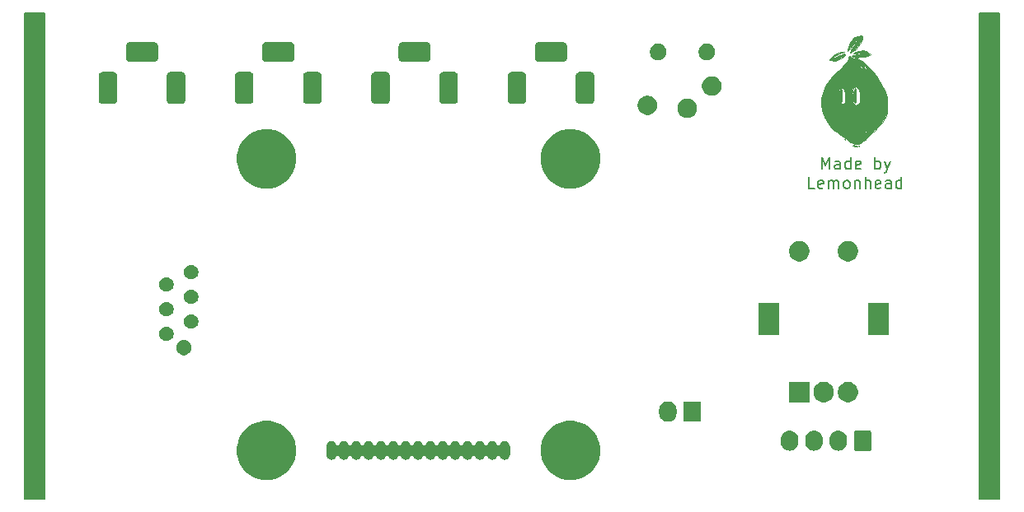
<source format=gbr>
G04 #@! TF.GenerationSoftware,KiCad,Pcbnew,5.0.1*
G04 #@! TF.CreationDate,2019-02-25T23:40:44+01:00*
G04 #@! TF.ProjectId,Dew Heater - V2,44657720486561746572202D2056322E,rev?*
G04 #@! TF.SameCoordinates,Original*
G04 #@! TF.FileFunction,Soldermask,Top*
G04 #@! TF.FilePolarity,Negative*
%FSLAX46Y46*%
G04 Gerber Fmt 4.6, Leading zero omitted, Abs format (unit mm)*
G04 Created by KiCad (PCBNEW 5.0.1) date Mon 25 Feb 2019 11:40:44 PM CET*
%MOMM*%
%LPD*%
G01*
G04 APERTURE LIST*
%ADD10C,0.200000*%
%ADD11C,0.150000*%
%ADD12C,0.010000*%
G04 APERTURE END LIST*
D10*
X113792857Y-81542857D02*
X113792857Y-80342857D01*
X114192857Y-81200000D01*
X114592857Y-80342857D01*
X114592857Y-81542857D01*
X115678571Y-81542857D02*
X115678571Y-80914285D01*
X115621428Y-80800000D01*
X115507142Y-80742857D01*
X115278571Y-80742857D01*
X115164285Y-80800000D01*
X115678571Y-81485714D02*
X115564285Y-81542857D01*
X115278571Y-81542857D01*
X115164285Y-81485714D01*
X115107142Y-81371428D01*
X115107142Y-81257142D01*
X115164285Y-81142857D01*
X115278571Y-81085714D01*
X115564285Y-81085714D01*
X115678571Y-81028571D01*
X116764285Y-81542857D02*
X116764285Y-80342857D01*
X116764285Y-81485714D02*
X116650000Y-81542857D01*
X116421428Y-81542857D01*
X116307142Y-81485714D01*
X116250000Y-81428571D01*
X116192857Y-81314285D01*
X116192857Y-80971428D01*
X116250000Y-80857142D01*
X116307142Y-80800000D01*
X116421428Y-80742857D01*
X116650000Y-80742857D01*
X116764285Y-80800000D01*
X117792857Y-81485714D02*
X117678571Y-81542857D01*
X117450000Y-81542857D01*
X117335714Y-81485714D01*
X117278571Y-81371428D01*
X117278571Y-80914285D01*
X117335714Y-80800000D01*
X117450000Y-80742857D01*
X117678571Y-80742857D01*
X117792857Y-80800000D01*
X117850000Y-80914285D01*
X117850000Y-81028571D01*
X117278571Y-81142857D01*
X119278571Y-81542857D02*
X119278571Y-80342857D01*
X119278571Y-80800000D02*
X119392857Y-80742857D01*
X119621428Y-80742857D01*
X119735714Y-80800000D01*
X119792857Y-80857142D01*
X119850000Y-80971428D01*
X119850000Y-81314285D01*
X119792857Y-81428571D01*
X119735714Y-81485714D01*
X119621428Y-81542857D01*
X119392857Y-81542857D01*
X119278571Y-81485714D01*
X120250000Y-80742857D02*
X120535714Y-81542857D01*
X120821428Y-80742857D02*
X120535714Y-81542857D01*
X120421428Y-81828571D01*
X120364285Y-81885714D01*
X120250000Y-81942857D01*
X113078571Y-83542857D02*
X112507142Y-83542857D01*
X112507142Y-82342857D01*
X113935714Y-83485714D02*
X113821428Y-83542857D01*
X113592857Y-83542857D01*
X113478571Y-83485714D01*
X113421428Y-83371428D01*
X113421428Y-82914285D01*
X113478571Y-82800000D01*
X113592857Y-82742857D01*
X113821428Y-82742857D01*
X113935714Y-82800000D01*
X113992857Y-82914285D01*
X113992857Y-83028571D01*
X113421428Y-83142857D01*
X114507142Y-83542857D02*
X114507142Y-82742857D01*
X114507142Y-82857142D02*
X114564285Y-82800000D01*
X114678571Y-82742857D01*
X114850000Y-82742857D01*
X114964285Y-82800000D01*
X115021428Y-82914285D01*
X115021428Y-83542857D01*
X115021428Y-82914285D02*
X115078571Y-82800000D01*
X115192857Y-82742857D01*
X115364285Y-82742857D01*
X115478571Y-82800000D01*
X115535714Y-82914285D01*
X115535714Y-83542857D01*
X116278571Y-83542857D02*
X116164285Y-83485714D01*
X116107142Y-83428571D01*
X116050000Y-83314285D01*
X116050000Y-82971428D01*
X116107142Y-82857142D01*
X116164285Y-82800000D01*
X116278571Y-82742857D01*
X116450000Y-82742857D01*
X116564285Y-82800000D01*
X116621428Y-82857142D01*
X116678571Y-82971428D01*
X116678571Y-83314285D01*
X116621428Y-83428571D01*
X116564285Y-83485714D01*
X116450000Y-83542857D01*
X116278571Y-83542857D01*
X117192857Y-82742857D02*
X117192857Y-83542857D01*
X117192857Y-82857142D02*
X117250000Y-82800000D01*
X117364285Y-82742857D01*
X117535714Y-82742857D01*
X117650000Y-82800000D01*
X117707142Y-82914285D01*
X117707142Y-83542857D01*
X118278571Y-83542857D02*
X118278571Y-82342857D01*
X118792857Y-83542857D02*
X118792857Y-82914285D01*
X118735714Y-82800000D01*
X118621428Y-82742857D01*
X118450000Y-82742857D01*
X118335714Y-82800000D01*
X118278571Y-82857142D01*
X119821428Y-83485714D02*
X119707142Y-83542857D01*
X119478571Y-83542857D01*
X119364285Y-83485714D01*
X119307142Y-83371428D01*
X119307142Y-82914285D01*
X119364285Y-82800000D01*
X119478571Y-82742857D01*
X119707142Y-82742857D01*
X119821428Y-82800000D01*
X119878571Y-82914285D01*
X119878571Y-83028571D01*
X119307142Y-83142857D01*
X120907142Y-83542857D02*
X120907142Y-82914285D01*
X120850000Y-82800000D01*
X120735714Y-82742857D01*
X120507142Y-82742857D01*
X120392857Y-82800000D01*
X120907142Y-83485714D02*
X120792857Y-83542857D01*
X120507142Y-83542857D01*
X120392857Y-83485714D01*
X120335714Y-83371428D01*
X120335714Y-83257142D01*
X120392857Y-83142857D01*
X120507142Y-83085714D01*
X120792857Y-83085714D01*
X120907142Y-83028571D01*
X121992857Y-83542857D02*
X121992857Y-82342857D01*
X121992857Y-83485714D02*
X121878571Y-83542857D01*
X121650000Y-83542857D01*
X121535714Y-83485714D01*
X121478571Y-83428571D01*
X121421428Y-83314285D01*
X121421428Y-82971428D01*
X121478571Y-82857142D01*
X121535714Y-82800000D01*
X121650000Y-82742857D01*
X121878571Y-82742857D01*
X121992857Y-82800000D01*
D11*
G36*
X32000000Y-65500000D02*
X34000000Y-65500000D01*
X34000000Y-115500000D01*
X32000000Y-115500000D01*
X32000000Y-65500000D01*
G37*
X32000000Y-65500000D02*
X34000000Y-65500000D01*
X34000000Y-115500000D01*
X32000000Y-115500000D01*
X32000000Y-65500000D01*
G36*
X130000000Y-65500000D02*
X132000000Y-65500000D01*
X132000000Y-115500000D01*
X130000000Y-115500000D01*
X130000000Y-65500000D01*
G37*
X130000000Y-65500000D02*
X132000000Y-65500000D01*
X132000000Y-115500000D01*
X130000000Y-115500000D01*
X130000000Y-65500000D01*
D12*
G04 #@! TO.C,G1*
G36*
X117956911Y-67910832D02*
X117985226Y-68090510D01*
X117894586Y-68366467D01*
X117710027Y-68691608D01*
X117456583Y-69018833D01*
X117265587Y-69211400D01*
X116968665Y-69458172D01*
X116778444Y-69572196D01*
X116706736Y-69550827D01*
X116765353Y-69391417D01*
X116812186Y-69313000D01*
X116980979Y-69067802D01*
X117211530Y-68758835D01*
X117334767Y-68601800D01*
X117504328Y-68367203D01*
X117582279Y-68210381D01*
X117566485Y-68170000D01*
X117457307Y-68247295D01*
X117269595Y-68452434D01*
X117039170Y-68745294D01*
X116977640Y-68829527D01*
X116752148Y-69130073D01*
X116571955Y-69346257D01*
X116467789Y-69441982D01*
X116456173Y-69442040D01*
X116438886Y-69299654D01*
X116501509Y-69043710D01*
X116619970Y-68735228D01*
X116770195Y-68435229D01*
X116928112Y-68204733D01*
X116956144Y-68174686D01*
X117229201Y-67973476D01*
X117532299Y-67854247D01*
X117800916Y-67834010D01*
X117956911Y-67910832D01*
X117956911Y-67910832D01*
G37*
X117956911Y-67910832D02*
X117985226Y-68090510D01*
X117894586Y-68366467D01*
X117710027Y-68691608D01*
X117456583Y-69018833D01*
X117265587Y-69211400D01*
X116968665Y-69458172D01*
X116778444Y-69572196D01*
X116706736Y-69550827D01*
X116765353Y-69391417D01*
X116812186Y-69313000D01*
X116980979Y-69067802D01*
X117211530Y-68758835D01*
X117334767Y-68601800D01*
X117504328Y-68367203D01*
X117582279Y-68210381D01*
X117566485Y-68170000D01*
X117457307Y-68247295D01*
X117269595Y-68452434D01*
X117039170Y-68745294D01*
X116977640Y-68829527D01*
X116752148Y-69130073D01*
X116571955Y-69346257D01*
X116467789Y-69441982D01*
X116456173Y-69442040D01*
X116438886Y-69299654D01*
X116501509Y-69043710D01*
X116619970Y-68735228D01*
X116770195Y-68435229D01*
X116928112Y-68204733D01*
X116956144Y-68174686D01*
X117229201Y-67973476D01*
X117532299Y-67854247D01*
X117800916Y-67834010D01*
X117956911Y-67910832D01*
G36*
X118314052Y-69406977D02*
X118521660Y-69536157D01*
X118541760Y-69552114D01*
X118824800Y-69779266D01*
X118549377Y-69885006D01*
X118191276Y-69981030D01*
X117761254Y-70039471D01*
X117348538Y-70052655D01*
X117046800Y-70014253D01*
X116880521Y-69952964D01*
X116896648Y-69902809D01*
X116978909Y-69867122D01*
X117234375Y-69808482D01*
X117404713Y-69795600D01*
X117620491Y-69751253D01*
X117715891Y-69679937D01*
X117706868Y-69626266D01*
X117893466Y-69626266D01*
X117907413Y-69686667D01*
X117961200Y-69694000D01*
X118044828Y-69656826D01*
X118028933Y-69626266D01*
X117908357Y-69614107D01*
X117893466Y-69626266D01*
X117706868Y-69626266D01*
X117704672Y-69613209D01*
X117531318Y-69614468D01*
X117391687Y-69637043D01*
X117149622Y-69671876D01*
X117075371Y-69649111D01*
X117120585Y-69582401D01*
X117289545Y-69495615D01*
X117578925Y-69418357D01*
X117751945Y-69389976D01*
X118087074Y-69364325D01*
X118314052Y-69406977D01*
X118314052Y-69406977D01*
G37*
X118314052Y-69406977D02*
X118521660Y-69536157D01*
X118541760Y-69552114D01*
X118824800Y-69779266D01*
X118549377Y-69885006D01*
X118191276Y-69981030D01*
X117761254Y-70039471D01*
X117348538Y-70052655D01*
X117046800Y-70014253D01*
X116880521Y-69952964D01*
X116896648Y-69902809D01*
X116978909Y-69867122D01*
X117234375Y-69808482D01*
X117404713Y-69795600D01*
X117620491Y-69751253D01*
X117715891Y-69679937D01*
X117706868Y-69626266D01*
X117893466Y-69626266D01*
X117907413Y-69686667D01*
X117961200Y-69694000D01*
X118044828Y-69656826D01*
X118028933Y-69626266D01*
X117908357Y-69614107D01*
X117893466Y-69626266D01*
X117706868Y-69626266D01*
X117704672Y-69613209D01*
X117531318Y-69614468D01*
X117391687Y-69637043D01*
X117149622Y-69671876D01*
X117075371Y-69649111D01*
X117120585Y-69582401D01*
X117289545Y-69495615D01*
X117578925Y-69418357D01*
X117751945Y-69389976D01*
X118087074Y-69364325D01*
X118314052Y-69406977D01*
G36*
X116079788Y-69511164D02*
X116079036Y-69532395D01*
X115889645Y-69581335D01*
X115855544Y-69589447D01*
X115587037Y-69679423D01*
X115325723Y-69806995D01*
X115126129Y-69939618D01*
X115042781Y-70044749D01*
X115051481Y-70069348D01*
X115165706Y-70060136D01*
X115397918Y-69976898D01*
X115565912Y-69900921D01*
X115926243Y-69750111D01*
X116156692Y-69699114D01*
X116241976Y-69739866D01*
X116166812Y-69864304D01*
X115915919Y-70064364D01*
X115898324Y-70076317D01*
X115468179Y-70313862D01*
X115082236Y-70403066D01*
X115009706Y-70405200D01*
X114757053Y-70386364D01*
X114617839Y-70339382D01*
X114608400Y-70321310D01*
X114694437Y-70153307D01*
X114914758Y-69951868D01*
X115212674Y-69752979D01*
X115531495Y-69592630D01*
X115814533Y-69506810D01*
X115900225Y-69501199D01*
X116079788Y-69511164D01*
X116079788Y-69511164D01*
G37*
X116079788Y-69511164D02*
X116079036Y-69532395D01*
X115889645Y-69581335D01*
X115855544Y-69589447D01*
X115587037Y-69679423D01*
X115325723Y-69806995D01*
X115126129Y-69939618D01*
X115042781Y-70044749D01*
X115051481Y-70069348D01*
X115165706Y-70060136D01*
X115397918Y-69976898D01*
X115565912Y-69900921D01*
X115926243Y-69750111D01*
X116156692Y-69699114D01*
X116241976Y-69739866D01*
X116166812Y-69864304D01*
X115915919Y-70064364D01*
X115898324Y-70076317D01*
X115468179Y-70313862D01*
X115082236Y-70403066D01*
X115009706Y-70405200D01*
X114757053Y-70386364D01*
X114617839Y-70339382D01*
X114608400Y-70321310D01*
X114694437Y-70153307D01*
X114914758Y-69951868D01*
X115212674Y-69752979D01*
X115531495Y-69592630D01*
X115814533Y-69506810D01*
X115900225Y-69501199D01*
X116079788Y-69511164D01*
G36*
X116234000Y-78482400D02*
X116183200Y-78533200D01*
X116132400Y-78482400D01*
X116183200Y-78431600D01*
X116234000Y-78482400D01*
X116234000Y-78482400D01*
G37*
X116234000Y-78482400D02*
X116183200Y-78533200D01*
X116132400Y-78482400D01*
X116183200Y-78431600D01*
X116234000Y-78482400D01*
G36*
X116764606Y-70043838D02*
X117028484Y-70156712D01*
X117331428Y-70201999D01*
X117662259Y-70288664D01*
X118058143Y-70530976D01*
X118494110Y-70902415D01*
X118945188Y-71376459D01*
X119386403Y-71926587D01*
X119792784Y-72526279D01*
X120139359Y-73149013D01*
X120174508Y-73221441D01*
X120359175Y-73624734D01*
X120471127Y-73937908D01*
X120528108Y-74241716D01*
X120547864Y-74616910D01*
X120549185Y-74926400D01*
X120540660Y-75390006D01*
X120508965Y-75719529D01*
X120439805Y-75983894D01*
X120318888Y-76252024D01*
X120246045Y-76388149D01*
X119987757Y-76767006D01*
X119601910Y-77212818D01*
X119129248Y-77678683D01*
X119108542Y-77697591D01*
X118778056Y-78009779D01*
X118519055Y-78276325D01*
X118359898Y-78466528D01*
X118324758Y-78546077D01*
X118301655Y-78594485D01*
X118241000Y-78579841D01*
X118085740Y-78611597D01*
X117887209Y-78758801D01*
X117862413Y-78784205D01*
X117551239Y-79000819D01*
X117208353Y-79019021D01*
X116829849Y-78838568D01*
X116666092Y-78709398D01*
X116398760Y-78494022D01*
X116030424Y-78219279D01*
X115899597Y-78126800D01*
X118316800Y-78126800D01*
X118321444Y-78220572D01*
X118355607Y-78228400D01*
X118499237Y-78154257D01*
X118520000Y-78126800D01*
X118515355Y-78033027D01*
X118481192Y-78025200D01*
X118337562Y-78099342D01*
X118316800Y-78126800D01*
X115899597Y-78126800D01*
X115630451Y-77936548D01*
X115534473Y-77871198D01*
X115321581Y-77717211D01*
X118164400Y-77717211D01*
X118238873Y-77773113D01*
X118316800Y-77757141D01*
X118450481Y-77685027D01*
X118469200Y-77658729D01*
X118386235Y-77623213D01*
X118316800Y-77618800D01*
X118774000Y-77618800D01*
X118811173Y-77702428D01*
X118841733Y-77686533D01*
X118853892Y-77565957D01*
X118841733Y-77551066D01*
X118781332Y-77565013D01*
X118774000Y-77618800D01*
X118316800Y-77618800D01*
X118181568Y-77671970D01*
X118164400Y-77717211D01*
X115321581Y-77717211D01*
X115031704Y-77507540D01*
X114764979Y-77263200D01*
X119180400Y-77263200D01*
X119231200Y-77314000D01*
X119282000Y-77263200D01*
X119231200Y-77212400D01*
X119180400Y-77263200D01*
X114764979Y-77263200D01*
X114664606Y-77171252D01*
X114644183Y-77144666D01*
X118604666Y-77144666D01*
X118618613Y-77205067D01*
X118672400Y-77212400D01*
X118756028Y-77175226D01*
X118740133Y-77144666D01*
X118619557Y-77132507D01*
X118604666Y-77144666D01*
X114644183Y-77144666D01*
X114393226Y-76817992D01*
X119078800Y-76817992D01*
X119141398Y-76873076D01*
X119180400Y-76856800D01*
X119278206Y-76722209D01*
X119282000Y-76692407D01*
X119219401Y-76637323D01*
X119180400Y-76653600D01*
X119082593Y-76788190D01*
X119078800Y-76817992D01*
X114393226Y-76817992D01*
X114383809Y-76805735D01*
X114139947Y-76354390D01*
X114061696Y-76182696D01*
X113821199Y-75517914D01*
X113730326Y-74916219D01*
X113781897Y-74311458D01*
X113833681Y-74081310D01*
X113907207Y-73813265D01*
X115532571Y-73813265D01*
X115533172Y-73827520D01*
X115564213Y-73870526D01*
X115629148Y-73741389D01*
X115649469Y-73681800D01*
X115752200Y-73427164D01*
X115830570Y-73369695D01*
X115881354Y-73504463D01*
X115901329Y-73826537D01*
X115898574Y-74062762D01*
X115869508Y-74457561D01*
X115814069Y-74683348D01*
X115739386Y-74730202D01*
X115652588Y-74588201D01*
X115611929Y-74461667D01*
X115561075Y-74304895D01*
X115538868Y-74337454D01*
X115532927Y-74423480D01*
X115601199Y-74689962D01*
X115801371Y-74841313D01*
X115978813Y-74854093D01*
X116098256Y-74806953D01*
X116166704Y-74676195D01*
X116203002Y-74412787D01*
X116213591Y-74243246D01*
X116208981Y-74054696D01*
X116847772Y-74054696D01*
X116886535Y-74230634D01*
X116942011Y-74266000D01*
X116998713Y-74191854D01*
X116983549Y-74117790D01*
X116976720Y-73946656D01*
X117023229Y-73698430D01*
X117100771Y-73450859D01*
X117187040Y-73281689D01*
X117232479Y-73250131D01*
X117265140Y-73343502D01*
X117289299Y-73590362D01*
X117300502Y-73941044D01*
X117300800Y-74012141D01*
X117292640Y-74444786D01*
X117264466Y-74687512D01*
X117210732Y-74753087D01*
X117125894Y-74654276D01*
X117069202Y-74545400D01*
X116987122Y-74407663D01*
X116954280Y-74454139D01*
X116952076Y-74487342D01*
X117007348Y-74666617D01*
X117140387Y-74857942D01*
X117284688Y-74971491D01*
X117314736Y-74977200D01*
X117434223Y-74934785D01*
X117561479Y-74872025D01*
X117688905Y-74751432D01*
X117747555Y-74530913D01*
X117758000Y-74277586D01*
X117722066Y-73795193D01*
X117625823Y-73425071D01*
X117486611Y-73184211D01*
X117321767Y-73089606D01*
X117148631Y-73158246D01*
X116984541Y-73407124D01*
X116951556Y-73487281D01*
X116869700Y-73786208D01*
X116847772Y-74054696D01*
X116208981Y-74054696D01*
X116201931Y-73766448D01*
X116115044Y-73433741D01*
X115960018Y-73266126D01*
X115878399Y-73250000D01*
X115712376Y-73338492D01*
X115581613Y-73552154D01*
X115532571Y-73813265D01*
X113907207Y-73813265D01*
X113966578Y-73596826D01*
X114103963Y-73204158D01*
X114271875Y-72862853D01*
X114496354Y-72532463D01*
X114803442Y-72172537D01*
X115219177Y-71742624D01*
X115481532Y-71483798D01*
X118300523Y-71483798D01*
X118316800Y-71522800D01*
X118451390Y-71620606D01*
X118481192Y-71624400D01*
X118534322Y-71564021D01*
X118702539Y-71564021D01*
X118774000Y-71624400D01*
X118936115Y-71715779D01*
X118957714Y-71681363D01*
X118926400Y-71624400D01*
X118778021Y-71527801D01*
X118742603Y-71524355D01*
X118702539Y-71564021D01*
X118534322Y-71564021D01*
X118536276Y-71561801D01*
X118520000Y-71522800D01*
X118385409Y-71424993D01*
X118355607Y-71421200D01*
X118300523Y-71483798D01*
X115481532Y-71483798D01*
X115548200Y-71418027D01*
X115969697Y-70997125D01*
X115990699Y-70974379D01*
X117702151Y-70974379D01*
X117758000Y-71065600D01*
X117910982Y-71193667D01*
X117986080Y-71218000D01*
X118017048Y-71156820D01*
X117961200Y-71065600D01*
X117837307Y-70961884D01*
X118120150Y-70961884D01*
X118154648Y-71061227D01*
X118190326Y-71120159D01*
X118308912Y-71289728D01*
X118359223Y-71287515D01*
X118367600Y-71178070D01*
X118285710Y-71020887D01*
X118216686Y-70978629D01*
X118120150Y-70961884D01*
X117837307Y-70961884D01*
X117808217Y-70937532D01*
X117733119Y-70913200D01*
X117702151Y-70974379D01*
X115990699Y-70974379D01*
X116258782Y-70684043D01*
X116313362Y-70612837D01*
X117602857Y-70612837D01*
X117636303Y-70689397D01*
X117752003Y-70710000D01*
X117920609Y-70693636D01*
X117961200Y-70670070D01*
X117881047Y-70593175D01*
X117721446Y-70567206D01*
X117603686Y-70611535D01*
X117602857Y-70612837D01*
X116313362Y-70612837D01*
X116436005Y-70452838D01*
X116521921Y-70277569D01*
X116538800Y-70167666D01*
X116551168Y-69974300D01*
X116624461Y-69954260D01*
X116764606Y-70043838D01*
X116764606Y-70043838D01*
G37*
X116764606Y-70043838D02*
X117028484Y-70156712D01*
X117331428Y-70201999D01*
X117662259Y-70288664D01*
X118058143Y-70530976D01*
X118494110Y-70902415D01*
X118945188Y-71376459D01*
X119386403Y-71926587D01*
X119792784Y-72526279D01*
X120139359Y-73149013D01*
X120174508Y-73221441D01*
X120359175Y-73624734D01*
X120471127Y-73937908D01*
X120528108Y-74241716D01*
X120547864Y-74616910D01*
X120549185Y-74926400D01*
X120540660Y-75390006D01*
X120508965Y-75719529D01*
X120439805Y-75983894D01*
X120318888Y-76252024D01*
X120246045Y-76388149D01*
X119987757Y-76767006D01*
X119601910Y-77212818D01*
X119129248Y-77678683D01*
X119108542Y-77697591D01*
X118778056Y-78009779D01*
X118519055Y-78276325D01*
X118359898Y-78466528D01*
X118324758Y-78546077D01*
X118301655Y-78594485D01*
X118241000Y-78579841D01*
X118085740Y-78611597D01*
X117887209Y-78758801D01*
X117862413Y-78784205D01*
X117551239Y-79000819D01*
X117208353Y-79019021D01*
X116829849Y-78838568D01*
X116666092Y-78709398D01*
X116398760Y-78494022D01*
X116030424Y-78219279D01*
X115899597Y-78126800D01*
X118316800Y-78126800D01*
X118321444Y-78220572D01*
X118355607Y-78228400D01*
X118499237Y-78154257D01*
X118520000Y-78126800D01*
X118515355Y-78033027D01*
X118481192Y-78025200D01*
X118337562Y-78099342D01*
X118316800Y-78126800D01*
X115899597Y-78126800D01*
X115630451Y-77936548D01*
X115534473Y-77871198D01*
X115321581Y-77717211D01*
X118164400Y-77717211D01*
X118238873Y-77773113D01*
X118316800Y-77757141D01*
X118450481Y-77685027D01*
X118469200Y-77658729D01*
X118386235Y-77623213D01*
X118316800Y-77618800D01*
X118774000Y-77618800D01*
X118811173Y-77702428D01*
X118841733Y-77686533D01*
X118853892Y-77565957D01*
X118841733Y-77551066D01*
X118781332Y-77565013D01*
X118774000Y-77618800D01*
X118316800Y-77618800D01*
X118181568Y-77671970D01*
X118164400Y-77717211D01*
X115321581Y-77717211D01*
X115031704Y-77507540D01*
X114764979Y-77263200D01*
X119180400Y-77263200D01*
X119231200Y-77314000D01*
X119282000Y-77263200D01*
X119231200Y-77212400D01*
X119180400Y-77263200D01*
X114764979Y-77263200D01*
X114664606Y-77171252D01*
X114644183Y-77144666D01*
X118604666Y-77144666D01*
X118618613Y-77205067D01*
X118672400Y-77212400D01*
X118756028Y-77175226D01*
X118740133Y-77144666D01*
X118619557Y-77132507D01*
X118604666Y-77144666D01*
X114644183Y-77144666D01*
X114393226Y-76817992D01*
X119078800Y-76817992D01*
X119141398Y-76873076D01*
X119180400Y-76856800D01*
X119278206Y-76722209D01*
X119282000Y-76692407D01*
X119219401Y-76637323D01*
X119180400Y-76653600D01*
X119082593Y-76788190D01*
X119078800Y-76817992D01*
X114393226Y-76817992D01*
X114383809Y-76805735D01*
X114139947Y-76354390D01*
X114061696Y-76182696D01*
X113821199Y-75517914D01*
X113730326Y-74916219D01*
X113781897Y-74311458D01*
X113833681Y-74081310D01*
X113907207Y-73813265D01*
X115532571Y-73813265D01*
X115533172Y-73827520D01*
X115564213Y-73870526D01*
X115629148Y-73741389D01*
X115649469Y-73681800D01*
X115752200Y-73427164D01*
X115830570Y-73369695D01*
X115881354Y-73504463D01*
X115901329Y-73826537D01*
X115898574Y-74062762D01*
X115869508Y-74457561D01*
X115814069Y-74683348D01*
X115739386Y-74730202D01*
X115652588Y-74588201D01*
X115611929Y-74461667D01*
X115561075Y-74304895D01*
X115538868Y-74337454D01*
X115532927Y-74423480D01*
X115601199Y-74689962D01*
X115801371Y-74841313D01*
X115978813Y-74854093D01*
X116098256Y-74806953D01*
X116166704Y-74676195D01*
X116203002Y-74412787D01*
X116213591Y-74243246D01*
X116208981Y-74054696D01*
X116847772Y-74054696D01*
X116886535Y-74230634D01*
X116942011Y-74266000D01*
X116998713Y-74191854D01*
X116983549Y-74117790D01*
X116976720Y-73946656D01*
X117023229Y-73698430D01*
X117100771Y-73450859D01*
X117187040Y-73281689D01*
X117232479Y-73250131D01*
X117265140Y-73343502D01*
X117289299Y-73590362D01*
X117300502Y-73941044D01*
X117300800Y-74012141D01*
X117292640Y-74444786D01*
X117264466Y-74687512D01*
X117210732Y-74753087D01*
X117125894Y-74654276D01*
X117069202Y-74545400D01*
X116987122Y-74407663D01*
X116954280Y-74454139D01*
X116952076Y-74487342D01*
X117007348Y-74666617D01*
X117140387Y-74857942D01*
X117284688Y-74971491D01*
X117314736Y-74977200D01*
X117434223Y-74934785D01*
X117561479Y-74872025D01*
X117688905Y-74751432D01*
X117747555Y-74530913D01*
X117758000Y-74277586D01*
X117722066Y-73795193D01*
X117625823Y-73425071D01*
X117486611Y-73184211D01*
X117321767Y-73089606D01*
X117148631Y-73158246D01*
X116984541Y-73407124D01*
X116951556Y-73487281D01*
X116869700Y-73786208D01*
X116847772Y-74054696D01*
X116208981Y-74054696D01*
X116201931Y-73766448D01*
X116115044Y-73433741D01*
X115960018Y-73266126D01*
X115878399Y-73250000D01*
X115712376Y-73338492D01*
X115581613Y-73552154D01*
X115532571Y-73813265D01*
X113907207Y-73813265D01*
X113966578Y-73596826D01*
X114103963Y-73204158D01*
X114271875Y-72862853D01*
X114496354Y-72532463D01*
X114803442Y-72172537D01*
X115219177Y-71742624D01*
X115481532Y-71483798D01*
X118300523Y-71483798D01*
X118316800Y-71522800D01*
X118451390Y-71620606D01*
X118481192Y-71624400D01*
X118534322Y-71564021D01*
X118702539Y-71564021D01*
X118774000Y-71624400D01*
X118936115Y-71715779D01*
X118957714Y-71681363D01*
X118926400Y-71624400D01*
X118778021Y-71527801D01*
X118742603Y-71524355D01*
X118702539Y-71564021D01*
X118534322Y-71564021D01*
X118536276Y-71561801D01*
X118520000Y-71522800D01*
X118385409Y-71424993D01*
X118355607Y-71421200D01*
X118300523Y-71483798D01*
X115481532Y-71483798D01*
X115548200Y-71418027D01*
X115969697Y-70997125D01*
X115990699Y-70974379D01*
X117702151Y-70974379D01*
X117758000Y-71065600D01*
X117910982Y-71193667D01*
X117986080Y-71218000D01*
X118017048Y-71156820D01*
X117961200Y-71065600D01*
X117837307Y-70961884D01*
X118120150Y-70961884D01*
X118154648Y-71061227D01*
X118190326Y-71120159D01*
X118308912Y-71289728D01*
X118359223Y-71287515D01*
X118367600Y-71178070D01*
X118285710Y-71020887D01*
X118216686Y-70978629D01*
X118120150Y-70961884D01*
X117837307Y-70961884D01*
X117808217Y-70937532D01*
X117733119Y-70913200D01*
X117702151Y-70974379D01*
X115990699Y-70974379D01*
X116258782Y-70684043D01*
X116313362Y-70612837D01*
X117602857Y-70612837D01*
X117636303Y-70689397D01*
X117752003Y-70710000D01*
X117920609Y-70693636D01*
X117961200Y-70670070D01*
X117881047Y-70593175D01*
X117721446Y-70567206D01*
X117603686Y-70611535D01*
X117602857Y-70612837D01*
X116313362Y-70612837D01*
X116436005Y-70452838D01*
X116521921Y-70277569D01*
X116538800Y-70167666D01*
X116551168Y-69974300D01*
X116624461Y-69954260D01*
X116764606Y-70043838D01*
G36*
X117656400Y-79193600D02*
X117605600Y-79244400D01*
X117554800Y-79193600D01*
X117605600Y-79142800D01*
X117656400Y-79193600D01*
X117656400Y-79193600D01*
G37*
X117656400Y-79193600D02*
X117605600Y-79244400D01*
X117554800Y-79193600D01*
X117605600Y-79142800D01*
X117656400Y-79193600D01*
G36*
X117202274Y-79118521D02*
X117391177Y-79168016D01*
X117453200Y-79205444D01*
X117373340Y-79245050D01*
X117202988Y-79236402D01*
X117045985Y-79190613D01*
X117005070Y-79157476D01*
X117046732Y-79109127D01*
X117202274Y-79118521D01*
X117202274Y-79118521D01*
G37*
X117202274Y-79118521D02*
X117391177Y-79168016D01*
X117453200Y-79205444D01*
X117373340Y-79245050D01*
X117202988Y-79236402D01*
X117045985Y-79190613D01*
X117005070Y-79157476D01*
X117046732Y-79109127D01*
X117202274Y-79118521D01*
D10*
G36*
X88889941Y-107566248D02*
X88889943Y-107566249D01*
X88889944Y-107566249D01*
X89445190Y-107796239D01*
X89445191Y-107796240D01*
X89944902Y-108130136D01*
X90369864Y-108555098D01*
X90369866Y-108555101D01*
X90703761Y-109054810D01*
X90924814Y-109588480D01*
X90933752Y-109610059D01*
X91051000Y-110199501D01*
X91051000Y-110800499D01*
X90939637Y-111360356D01*
X90933751Y-111389944D01*
X90703761Y-111945190D01*
X90703760Y-111945191D01*
X90369864Y-112444902D01*
X89944902Y-112869864D01*
X89944899Y-112869866D01*
X89445190Y-113203761D01*
X88889944Y-113433751D01*
X88889943Y-113433751D01*
X88889941Y-113433752D01*
X88300499Y-113551000D01*
X87699501Y-113551000D01*
X87110059Y-113433752D01*
X87110057Y-113433751D01*
X87110056Y-113433751D01*
X86554810Y-113203761D01*
X86055101Y-112869866D01*
X86055098Y-112869864D01*
X85630136Y-112444902D01*
X85296240Y-111945191D01*
X85296239Y-111945190D01*
X85066249Y-111389944D01*
X85060364Y-111360356D01*
X84949000Y-110800499D01*
X84949000Y-110199501D01*
X85066248Y-109610059D01*
X85075186Y-109588480D01*
X85296239Y-109054810D01*
X85630134Y-108555101D01*
X85630136Y-108555098D01*
X86055098Y-108130136D01*
X86554809Y-107796240D01*
X86554810Y-107796239D01*
X87110056Y-107566249D01*
X87110057Y-107566249D01*
X87110059Y-107566248D01*
X87699501Y-107449000D01*
X88300499Y-107449000D01*
X88889941Y-107566248D01*
X88889941Y-107566248D01*
G37*
G36*
X57689941Y-107566248D02*
X57689943Y-107566249D01*
X57689944Y-107566249D01*
X58245190Y-107796239D01*
X58245191Y-107796240D01*
X58744902Y-108130136D01*
X59169864Y-108555098D01*
X59169866Y-108555101D01*
X59503761Y-109054810D01*
X59724814Y-109588480D01*
X59733752Y-109610059D01*
X59851000Y-110199501D01*
X59851000Y-110800499D01*
X59739637Y-111360356D01*
X59733751Y-111389944D01*
X59503761Y-111945190D01*
X59503760Y-111945191D01*
X59169864Y-112444902D01*
X58744902Y-112869864D01*
X58744899Y-112869866D01*
X58245190Y-113203761D01*
X57689944Y-113433751D01*
X57689943Y-113433751D01*
X57689941Y-113433752D01*
X57100499Y-113551000D01*
X56499501Y-113551000D01*
X55910059Y-113433752D01*
X55910057Y-113433751D01*
X55910056Y-113433751D01*
X55354810Y-113203761D01*
X54855101Y-112869866D01*
X54855098Y-112869864D01*
X54430136Y-112444902D01*
X54096240Y-111945191D01*
X54096239Y-111945190D01*
X53866249Y-111389944D01*
X53860364Y-111360356D01*
X53749000Y-110800499D01*
X53749000Y-110199501D01*
X53866248Y-109610059D01*
X53875186Y-109588480D01*
X54096239Y-109054810D01*
X54430134Y-108555101D01*
X54430136Y-108555098D01*
X54855098Y-108130136D01*
X55354809Y-107796240D01*
X55354810Y-107796239D01*
X55910056Y-107566249D01*
X55910057Y-107566249D01*
X55910059Y-107566248D01*
X56499501Y-107449000D01*
X57100499Y-107449000D01*
X57689941Y-107566248D01*
X57689941Y-107566248D01*
G37*
G36*
X81348014Y-109556973D02*
X81451878Y-109588479D01*
X81547600Y-109639644D01*
X81631501Y-109708499D01*
X81700356Y-109792400D01*
X81751521Y-109888121D01*
X81783027Y-109991985D01*
X81791000Y-110072933D01*
X81791000Y-110927067D01*
X81783027Y-111008015D01*
X81751521Y-111111879D01*
X81700356Y-111207600D01*
X81631501Y-111291501D01*
X81547600Y-111360356D01*
X81451879Y-111411521D01*
X81348015Y-111443027D01*
X81240000Y-111453666D01*
X81131986Y-111443027D01*
X81028122Y-111411521D01*
X80932401Y-111360356D01*
X80848500Y-111291501D01*
X80779645Y-111207600D01*
X80728480Y-111111879D01*
X80724614Y-111099135D01*
X80715239Y-111076504D01*
X80701625Y-111056129D01*
X80684298Y-111038802D01*
X80663923Y-111025189D01*
X80641284Y-111015812D01*
X80617250Y-111011032D01*
X80592746Y-111011032D01*
X80568712Y-111015813D01*
X80546074Y-111025191D01*
X80525699Y-111038805D01*
X80508372Y-111056132D01*
X80494759Y-111076507D01*
X80485386Y-111099137D01*
X80481521Y-111111879D01*
X80430356Y-111207600D01*
X80361501Y-111291501D01*
X80277600Y-111360356D01*
X80181879Y-111411521D01*
X80078015Y-111443027D01*
X79970000Y-111453666D01*
X79861986Y-111443027D01*
X79758122Y-111411521D01*
X79662401Y-111360356D01*
X79578500Y-111291501D01*
X79509645Y-111207600D01*
X79458480Y-111111879D01*
X79454614Y-111099135D01*
X79445239Y-111076504D01*
X79431625Y-111056129D01*
X79414298Y-111038802D01*
X79393923Y-111025189D01*
X79371284Y-111015812D01*
X79347250Y-111011032D01*
X79322746Y-111011032D01*
X79298712Y-111015813D01*
X79276074Y-111025191D01*
X79255699Y-111038805D01*
X79238372Y-111056132D01*
X79224759Y-111076507D01*
X79215386Y-111099137D01*
X79211521Y-111111879D01*
X79160356Y-111207600D01*
X79091501Y-111291501D01*
X79007600Y-111360356D01*
X78911879Y-111411521D01*
X78808015Y-111443027D01*
X78700000Y-111453666D01*
X78591986Y-111443027D01*
X78488122Y-111411521D01*
X78392401Y-111360356D01*
X78308500Y-111291501D01*
X78239645Y-111207600D01*
X78188480Y-111111879D01*
X78184614Y-111099135D01*
X78175239Y-111076504D01*
X78161625Y-111056129D01*
X78144298Y-111038802D01*
X78123923Y-111025189D01*
X78101284Y-111015812D01*
X78077250Y-111011032D01*
X78052746Y-111011032D01*
X78028712Y-111015813D01*
X78006074Y-111025191D01*
X77985699Y-111038805D01*
X77968372Y-111056132D01*
X77954759Y-111076507D01*
X77945386Y-111099137D01*
X77941521Y-111111879D01*
X77890356Y-111207600D01*
X77821501Y-111291501D01*
X77737600Y-111360356D01*
X77641879Y-111411521D01*
X77538015Y-111443027D01*
X77430000Y-111453666D01*
X77321986Y-111443027D01*
X77218122Y-111411521D01*
X77122401Y-111360356D01*
X77038500Y-111291501D01*
X76969645Y-111207600D01*
X76918480Y-111111879D01*
X76914614Y-111099135D01*
X76905239Y-111076504D01*
X76891625Y-111056129D01*
X76874298Y-111038802D01*
X76853923Y-111025189D01*
X76831284Y-111015812D01*
X76807250Y-111011032D01*
X76782746Y-111011032D01*
X76758712Y-111015813D01*
X76736074Y-111025191D01*
X76715699Y-111038805D01*
X76698372Y-111056132D01*
X76684759Y-111076507D01*
X76675386Y-111099137D01*
X76671521Y-111111879D01*
X76620356Y-111207600D01*
X76551501Y-111291501D01*
X76467600Y-111360356D01*
X76371879Y-111411521D01*
X76268015Y-111443027D01*
X76160000Y-111453666D01*
X76051986Y-111443027D01*
X75948122Y-111411521D01*
X75852401Y-111360356D01*
X75768500Y-111291501D01*
X75699645Y-111207600D01*
X75648480Y-111111879D01*
X75644614Y-111099135D01*
X75635239Y-111076504D01*
X75621625Y-111056129D01*
X75604298Y-111038802D01*
X75583923Y-111025189D01*
X75561284Y-111015812D01*
X75537250Y-111011032D01*
X75512746Y-111011032D01*
X75488712Y-111015813D01*
X75466074Y-111025191D01*
X75445699Y-111038805D01*
X75428372Y-111056132D01*
X75414759Y-111076507D01*
X75405386Y-111099137D01*
X75401521Y-111111879D01*
X75350356Y-111207600D01*
X75281501Y-111291501D01*
X75197600Y-111360356D01*
X75101879Y-111411521D01*
X74998015Y-111443027D01*
X74890000Y-111453666D01*
X74781986Y-111443027D01*
X74678122Y-111411521D01*
X74582401Y-111360356D01*
X74498500Y-111291501D01*
X74429645Y-111207600D01*
X74378480Y-111111879D01*
X74374614Y-111099135D01*
X74365239Y-111076504D01*
X74351625Y-111056129D01*
X74334298Y-111038802D01*
X74313923Y-111025189D01*
X74291284Y-111015812D01*
X74267250Y-111011032D01*
X74242746Y-111011032D01*
X74218712Y-111015813D01*
X74196074Y-111025191D01*
X74175699Y-111038805D01*
X74158372Y-111056132D01*
X74144759Y-111076507D01*
X74135386Y-111099137D01*
X74131521Y-111111879D01*
X74080356Y-111207600D01*
X74011501Y-111291501D01*
X73927600Y-111360356D01*
X73831879Y-111411521D01*
X73728015Y-111443027D01*
X73620000Y-111453666D01*
X73511986Y-111443027D01*
X73408122Y-111411521D01*
X73312401Y-111360356D01*
X73228500Y-111291501D01*
X73159645Y-111207600D01*
X73108480Y-111111879D01*
X73104614Y-111099135D01*
X73095239Y-111076504D01*
X73081625Y-111056129D01*
X73064298Y-111038802D01*
X73043923Y-111025189D01*
X73021284Y-111015812D01*
X72997250Y-111011032D01*
X72972746Y-111011032D01*
X72948712Y-111015813D01*
X72926074Y-111025191D01*
X72905699Y-111038805D01*
X72888372Y-111056132D01*
X72874759Y-111076507D01*
X72865386Y-111099137D01*
X72861521Y-111111879D01*
X72810356Y-111207600D01*
X72741501Y-111291501D01*
X72657600Y-111360356D01*
X72561879Y-111411521D01*
X72458015Y-111443027D01*
X72350000Y-111453666D01*
X72241986Y-111443027D01*
X72138122Y-111411521D01*
X72042401Y-111360356D01*
X71958500Y-111291501D01*
X71889645Y-111207600D01*
X71838480Y-111111879D01*
X71834614Y-111099135D01*
X71825239Y-111076504D01*
X71811625Y-111056129D01*
X71794298Y-111038802D01*
X71773923Y-111025189D01*
X71751284Y-111015812D01*
X71727250Y-111011032D01*
X71702746Y-111011032D01*
X71678712Y-111015813D01*
X71656074Y-111025191D01*
X71635699Y-111038805D01*
X71618372Y-111056132D01*
X71604759Y-111076507D01*
X71595386Y-111099137D01*
X71591521Y-111111879D01*
X71540356Y-111207600D01*
X71471501Y-111291501D01*
X71387600Y-111360356D01*
X71291879Y-111411521D01*
X71188015Y-111443027D01*
X71080000Y-111453666D01*
X70971986Y-111443027D01*
X70868122Y-111411521D01*
X70772401Y-111360356D01*
X70688500Y-111291501D01*
X70619645Y-111207600D01*
X70568480Y-111111879D01*
X70564614Y-111099135D01*
X70555239Y-111076504D01*
X70541625Y-111056129D01*
X70524298Y-111038802D01*
X70503923Y-111025189D01*
X70481284Y-111015812D01*
X70457250Y-111011032D01*
X70432746Y-111011032D01*
X70408712Y-111015813D01*
X70386074Y-111025191D01*
X70365699Y-111038805D01*
X70348372Y-111056132D01*
X70334759Y-111076507D01*
X70325386Y-111099137D01*
X70321521Y-111111879D01*
X70270356Y-111207600D01*
X70201501Y-111291501D01*
X70117600Y-111360356D01*
X70021879Y-111411521D01*
X69918015Y-111443027D01*
X69810000Y-111453666D01*
X69701986Y-111443027D01*
X69598122Y-111411521D01*
X69502401Y-111360356D01*
X69418500Y-111291501D01*
X69349645Y-111207600D01*
X69298480Y-111111879D01*
X69294614Y-111099135D01*
X69285239Y-111076504D01*
X69271625Y-111056129D01*
X69254298Y-111038802D01*
X69233923Y-111025189D01*
X69211284Y-111015812D01*
X69187250Y-111011032D01*
X69162746Y-111011032D01*
X69138712Y-111015813D01*
X69116074Y-111025191D01*
X69095699Y-111038805D01*
X69078372Y-111056132D01*
X69064759Y-111076507D01*
X69055386Y-111099137D01*
X69051521Y-111111879D01*
X69000356Y-111207600D01*
X68931501Y-111291501D01*
X68847600Y-111360356D01*
X68751879Y-111411521D01*
X68648015Y-111443027D01*
X68540000Y-111453666D01*
X68431986Y-111443027D01*
X68328122Y-111411521D01*
X68232401Y-111360356D01*
X68148500Y-111291501D01*
X68079645Y-111207600D01*
X68028480Y-111111879D01*
X68024614Y-111099135D01*
X68015239Y-111076504D01*
X68001625Y-111056129D01*
X67984298Y-111038802D01*
X67963923Y-111025189D01*
X67941284Y-111015812D01*
X67917250Y-111011032D01*
X67892746Y-111011032D01*
X67868712Y-111015813D01*
X67846074Y-111025191D01*
X67825699Y-111038805D01*
X67808372Y-111056132D01*
X67794759Y-111076507D01*
X67785386Y-111099137D01*
X67781521Y-111111879D01*
X67730356Y-111207600D01*
X67661501Y-111291501D01*
X67577600Y-111360356D01*
X67481879Y-111411521D01*
X67378015Y-111443027D01*
X67270000Y-111453666D01*
X67161986Y-111443027D01*
X67058122Y-111411521D01*
X66962401Y-111360356D01*
X66878500Y-111291501D01*
X66809645Y-111207600D01*
X66758480Y-111111879D01*
X66754614Y-111099135D01*
X66745239Y-111076504D01*
X66731625Y-111056129D01*
X66714298Y-111038802D01*
X66693923Y-111025189D01*
X66671284Y-111015812D01*
X66647250Y-111011032D01*
X66622746Y-111011032D01*
X66598712Y-111015813D01*
X66576074Y-111025191D01*
X66555699Y-111038805D01*
X66538372Y-111056132D01*
X66524759Y-111076507D01*
X66515386Y-111099137D01*
X66511521Y-111111879D01*
X66460356Y-111207600D01*
X66391501Y-111291501D01*
X66307600Y-111360356D01*
X66211879Y-111411521D01*
X66108015Y-111443027D01*
X66000000Y-111453666D01*
X65891986Y-111443027D01*
X65788122Y-111411521D01*
X65692401Y-111360356D01*
X65608500Y-111291501D01*
X65539645Y-111207600D01*
X65488480Y-111111879D01*
X65484614Y-111099135D01*
X65475239Y-111076504D01*
X65461625Y-111056129D01*
X65444298Y-111038802D01*
X65423923Y-111025189D01*
X65401284Y-111015812D01*
X65377250Y-111011032D01*
X65352746Y-111011032D01*
X65328712Y-111015813D01*
X65306074Y-111025191D01*
X65285699Y-111038805D01*
X65268372Y-111056132D01*
X65254759Y-111076507D01*
X65245386Y-111099137D01*
X65241521Y-111111879D01*
X65190356Y-111207600D01*
X65121501Y-111291501D01*
X65037600Y-111360356D01*
X64941879Y-111411521D01*
X64838015Y-111443027D01*
X64730000Y-111453666D01*
X64621986Y-111443027D01*
X64518122Y-111411521D01*
X64422401Y-111360356D01*
X64338500Y-111291501D01*
X64269645Y-111207600D01*
X64218480Y-111111879D01*
X64214614Y-111099135D01*
X64205239Y-111076504D01*
X64191625Y-111056129D01*
X64174298Y-111038802D01*
X64153923Y-111025189D01*
X64131284Y-111015812D01*
X64107250Y-111011032D01*
X64082746Y-111011032D01*
X64058712Y-111015813D01*
X64036074Y-111025191D01*
X64015699Y-111038805D01*
X63998372Y-111056132D01*
X63984759Y-111076507D01*
X63975386Y-111099137D01*
X63971521Y-111111879D01*
X63920356Y-111207600D01*
X63851501Y-111291501D01*
X63767600Y-111360356D01*
X63671879Y-111411521D01*
X63568015Y-111443027D01*
X63460000Y-111453666D01*
X63351986Y-111443027D01*
X63248122Y-111411521D01*
X63152401Y-111360356D01*
X63068500Y-111291501D01*
X62999645Y-111207600D01*
X62948480Y-111111879D01*
X62922183Y-111025191D01*
X62916973Y-111008016D01*
X62915834Y-110996451D01*
X62909000Y-110927067D01*
X62909000Y-110072934D01*
X62916973Y-109991986D01*
X62948479Y-109888122D01*
X62999644Y-109792400D01*
X63068499Y-109708499D01*
X63152400Y-109639644D01*
X63248121Y-109588479D01*
X63351985Y-109556973D01*
X63460000Y-109546334D01*
X63568014Y-109556973D01*
X63671878Y-109588479D01*
X63767600Y-109639644D01*
X63851501Y-109708499D01*
X63920356Y-109792400D01*
X63971521Y-109888121D01*
X63975387Y-109900867D01*
X63984759Y-109923493D01*
X63998373Y-109943867D01*
X64015700Y-109961195D01*
X64036074Y-109974809D01*
X64058713Y-109984186D01*
X64082747Y-109988967D01*
X64107251Y-109988967D01*
X64131285Y-109984187D01*
X64153924Y-109974810D01*
X64174298Y-109961196D01*
X64191626Y-109943869D01*
X64205240Y-109923495D01*
X64214617Y-109900855D01*
X64214617Y-109900854D01*
X64218479Y-109888122D01*
X64269644Y-109792400D01*
X64338499Y-109708499D01*
X64422400Y-109639644D01*
X64518121Y-109588479D01*
X64621985Y-109556973D01*
X64730000Y-109546334D01*
X64838014Y-109556973D01*
X64941878Y-109588479D01*
X65037600Y-109639644D01*
X65121501Y-109708499D01*
X65190356Y-109792400D01*
X65241521Y-109888121D01*
X65245387Y-109900867D01*
X65254759Y-109923493D01*
X65268373Y-109943867D01*
X65285700Y-109961195D01*
X65306074Y-109974809D01*
X65328713Y-109984186D01*
X65352747Y-109988967D01*
X65377251Y-109988967D01*
X65401285Y-109984187D01*
X65423924Y-109974810D01*
X65444298Y-109961196D01*
X65461626Y-109943869D01*
X65475240Y-109923495D01*
X65484617Y-109900855D01*
X65484617Y-109900854D01*
X65488479Y-109888122D01*
X65539644Y-109792400D01*
X65608499Y-109708499D01*
X65692400Y-109639644D01*
X65788121Y-109588479D01*
X65891985Y-109556973D01*
X66000000Y-109546334D01*
X66108014Y-109556973D01*
X66211878Y-109588479D01*
X66307600Y-109639644D01*
X66391501Y-109708499D01*
X66460356Y-109792400D01*
X66511521Y-109888121D01*
X66515387Y-109900867D01*
X66524759Y-109923493D01*
X66538373Y-109943867D01*
X66555700Y-109961195D01*
X66576074Y-109974809D01*
X66598713Y-109984186D01*
X66622747Y-109988967D01*
X66647251Y-109988967D01*
X66671285Y-109984187D01*
X66693924Y-109974810D01*
X66714298Y-109961196D01*
X66731626Y-109943869D01*
X66745240Y-109923495D01*
X66754617Y-109900855D01*
X66754617Y-109900854D01*
X66758479Y-109888122D01*
X66809644Y-109792400D01*
X66878499Y-109708499D01*
X66962400Y-109639644D01*
X67058121Y-109588479D01*
X67161985Y-109556973D01*
X67270000Y-109546334D01*
X67378014Y-109556973D01*
X67481878Y-109588479D01*
X67577600Y-109639644D01*
X67661501Y-109708499D01*
X67730356Y-109792400D01*
X67781521Y-109888121D01*
X67785387Y-109900867D01*
X67794759Y-109923493D01*
X67808373Y-109943867D01*
X67825700Y-109961195D01*
X67846074Y-109974809D01*
X67868713Y-109984186D01*
X67892747Y-109988967D01*
X67917251Y-109988967D01*
X67941285Y-109984187D01*
X67963924Y-109974810D01*
X67984298Y-109961196D01*
X68001626Y-109943869D01*
X68015240Y-109923495D01*
X68024617Y-109900855D01*
X68024617Y-109900854D01*
X68028479Y-109888122D01*
X68079644Y-109792400D01*
X68148499Y-109708499D01*
X68232400Y-109639644D01*
X68328121Y-109588479D01*
X68431985Y-109556973D01*
X68540000Y-109546334D01*
X68648014Y-109556973D01*
X68751878Y-109588479D01*
X68847600Y-109639644D01*
X68931501Y-109708499D01*
X69000356Y-109792400D01*
X69051521Y-109888121D01*
X69055387Y-109900867D01*
X69064759Y-109923493D01*
X69078373Y-109943867D01*
X69095700Y-109961195D01*
X69116074Y-109974809D01*
X69138713Y-109984186D01*
X69162747Y-109988967D01*
X69187251Y-109988967D01*
X69211285Y-109984187D01*
X69233924Y-109974810D01*
X69254298Y-109961196D01*
X69271626Y-109943869D01*
X69285240Y-109923495D01*
X69294617Y-109900855D01*
X69294617Y-109900854D01*
X69298479Y-109888122D01*
X69349644Y-109792400D01*
X69418499Y-109708499D01*
X69502400Y-109639644D01*
X69598121Y-109588479D01*
X69701985Y-109556973D01*
X69810000Y-109546334D01*
X69918014Y-109556973D01*
X70021878Y-109588479D01*
X70117600Y-109639644D01*
X70201501Y-109708499D01*
X70270356Y-109792400D01*
X70321521Y-109888121D01*
X70325387Y-109900867D01*
X70334759Y-109923493D01*
X70348373Y-109943867D01*
X70365700Y-109961195D01*
X70386074Y-109974809D01*
X70408713Y-109984186D01*
X70432747Y-109988967D01*
X70457251Y-109988967D01*
X70481285Y-109984187D01*
X70503924Y-109974810D01*
X70524298Y-109961196D01*
X70541626Y-109943869D01*
X70555240Y-109923495D01*
X70564617Y-109900855D01*
X70564617Y-109900854D01*
X70568479Y-109888122D01*
X70619644Y-109792400D01*
X70688499Y-109708499D01*
X70772400Y-109639644D01*
X70868121Y-109588479D01*
X70971985Y-109556973D01*
X71080000Y-109546334D01*
X71188014Y-109556973D01*
X71291878Y-109588479D01*
X71387600Y-109639644D01*
X71471501Y-109708499D01*
X71540356Y-109792400D01*
X71591521Y-109888121D01*
X71595387Y-109900867D01*
X71604759Y-109923493D01*
X71618373Y-109943867D01*
X71635700Y-109961195D01*
X71656074Y-109974809D01*
X71678713Y-109984186D01*
X71702747Y-109988967D01*
X71727251Y-109988967D01*
X71751285Y-109984187D01*
X71773924Y-109974810D01*
X71794298Y-109961196D01*
X71811626Y-109943869D01*
X71825240Y-109923495D01*
X71834617Y-109900855D01*
X71834617Y-109900854D01*
X71838479Y-109888122D01*
X71889644Y-109792400D01*
X71958499Y-109708499D01*
X72042400Y-109639644D01*
X72138121Y-109588479D01*
X72241985Y-109556973D01*
X72350000Y-109546334D01*
X72458014Y-109556973D01*
X72561878Y-109588479D01*
X72657600Y-109639644D01*
X72741501Y-109708499D01*
X72810356Y-109792400D01*
X72861521Y-109888121D01*
X72865387Y-109900867D01*
X72874759Y-109923493D01*
X72888373Y-109943867D01*
X72905700Y-109961195D01*
X72926074Y-109974809D01*
X72948713Y-109984186D01*
X72972747Y-109988967D01*
X72997251Y-109988967D01*
X73021285Y-109984187D01*
X73043924Y-109974810D01*
X73064298Y-109961196D01*
X73081626Y-109943869D01*
X73095240Y-109923495D01*
X73104617Y-109900855D01*
X73104617Y-109900854D01*
X73108479Y-109888122D01*
X73159644Y-109792400D01*
X73228499Y-109708499D01*
X73312400Y-109639644D01*
X73408121Y-109588479D01*
X73511985Y-109556973D01*
X73620000Y-109546334D01*
X73728014Y-109556973D01*
X73831878Y-109588479D01*
X73927600Y-109639644D01*
X74011501Y-109708499D01*
X74080356Y-109792400D01*
X74131521Y-109888121D01*
X74135387Y-109900867D01*
X74144759Y-109923493D01*
X74158373Y-109943867D01*
X74175700Y-109961195D01*
X74196074Y-109974809D01*
X74218713Y-109984186D01*
X74242747Y-109988967D01*
X74267251Y-109988967D01*
X74291285Y-109984187D01*
X74313924Y-109974810D01*
X74334298Y-109961196D01*
X74351626Y-109943869D01*
X74365240Y-109923495D01*
X74374617Y-109900855D01*
X74374617Y-109900854D01*
X74378479Y-109888122D01*
X74429644Y-109792400D01*
X74498499Y-109708499D01*
X74582400Y-109639644D01*
X74678121Y-109588479D01*
X74781985Y-109556973D01*
X74890000Y-109546334D01*
X74998014Y-109556973D01*
X75101878Y-109588479D01*
X75197600Y-109639644D01*
X75281501Y-109708499D01*
X75350356Y-109792400D01*
X75401521Y-109888121D01*
X75405387Y-109900867D01*
X75414759Y-109923493D01*
X75428373Y-109943867D01*
X75445700Y-109961195D01*
X75466074Y-109974809D01*
X75488713Y-109984186D01*
X75512747Y-109988967D01*
X75537251Y-109988967D01*
X75561285Y-109984187D01*
X75583924Y-109974810D01*
X75604298Y-109961196D01*
X75621626Y-109943869D01*
X75635240Y-109923495D01*
X75644617Y-109900855D01*
X75644617Y-109900854D01*
X75648479Y-109888122D01*
X75699644Y-109792400D01*
X75768499Y-109708499D01*
X75852400Y-109639644D01*
X75948121Y-109588479D01*
X76051985Y-109556973D01*
X76160000Y-109546334D01*
X76268014Y-109556973D01*
X76371878Y-109588479D01*
X76467600Y-109639644D01*
X76551501Y-109708499D01*
X76620356Y-109792400D01*
X76671521Y-109888121D01*
X76675387Y-109900867D01*
X76684759Y-109923493D01*
X76698373Y-109943867D01*
X76715700Y-109961195D01*
X76736074Y-109974809D01*
X76758713Y-109984186D01*
X76782747Y-109988967D01*
X76807251Y-109988967D01*
X76831285Y-109984187D01*
X76853924Y-109974810D01*
X76874298Y-109961196D01*
X76891626Y-109943869D01*
X76905240Y-109923495D01*
X76914617Y-109900855D01*
X76914617Y-109900854D01*
X76918479Y-109888122D01*
X76969644Y-109792400D01*
X77038499Y-109708499D01*
X77122400Y-109639644D01*
X77218121Y-109588479D01*
X77321985Y-109556973D01*
X77430000Y-109546334D01*
X77538014Y-109556973D01*
X77641878Y-109588479D01*
X77737600Y-109639644D01*
X77821501Y-109708499D01*
X77890356Y-109792400D01*
X77941521Y-109888121D01*
X77945387Y-109900867D01*
X77954759Y-109923493D01*
X77968373Y-109943867D01*
X77985700Y-109961195D01*
X78006074Y-109974809D01*
X78028713Y-109984186D01*
X78052747Y-109988967D01*
X78077251Y-109988967D01*
X78101285Y-109984187D01*
X78123924Y-109974810D01*
X78144298Y-109961196D01*
X78161626Y-109943869D01*
X78175240Y-109923495D01*
X78184617Y-109900855D01*
X78184617Y-109900854D01*
X78188479Y-109888122D01*
X78239644Y-109792400D01*
X78308499Y-109708499D01*
X78392400Y-109639644D01*
X78488121Y-109588479D01*
X78591985Y-109556973D01*
X78700000Y-109546334D01*
X78808014Y-109556973D01*
X78911878Y-109588479D01*
X79007600Y-109639644D01*
X79091501Y-109708499D01*
X79160356Y-109792400D01*
X79211521Y-109888121D01*
X79215387Y-109900867D01*
X79224759Y-109923493D01*
X79238373Y-109943867D01*
X79255700Y-109961195D01*
X79276074Y-109974809D01*
X79298713Y-109984186D01*
X79322747Y-109988967D01*
X79347251Y-109988967D01*
X79371285Y-109984187D01*
X79393924Y-109974810D01*
X79414298Y-109961196D01*
X79431626Y-109943869D01*
X79445240Y-109923495D01*
X79454617Y-109900855D01*
X79454617Y-109900854D01*
X79458479Y-109888122D01*
X79509644Y-109792400D01*
X79578499Y-109708499D01*
X79662400Y-109639644D01*
X79758121Y-109588479D01*
X79861985Y-109556973D01*
X79970000Y-109546334D01*
X80078014Y-109556973D01*
X80181878Y-109588479D01*
X80277600Y-109639644D01*
X80361501Y-109708499D01*
X80430356Y-109792400D01*
X80481521Y-109888121D01*
X80485387Y-109900867D01*
X80494759Y-109923493D01*
X80508373Y-109943867D01*
X80525700Y-109961195D01*
X80546074Y-109974809D01*
X80568713Y-109984186D01*
X80592747Y-109988967D01*
X80617251Y-109988967D01*
X80641285Y-109984187D01*
X80663924Y-109974810D01*
X80684298Y-109961196D01*
X80701626Y-109943869D01*
X80715240Y-109923495D01*
X80724617Y-109900855D01*
X80724617Y-109900854D01*
X80728479Y-109888122D01*
X80779644Y-109792400D01*
X80848499Y-109708499D01*
X80932400Y-109639644D01*
X81028121Y-109588479D01*
X81131985Y-109556973D01*
X81240000Y-109546334D01*
X81348014Y-109556973D01*
X81348014Y-109556973D01*
G37*
G36*
X115676627Y-108487037D02*
X115789853Y-108521384D01*
X115846467Y-108538557D01*
X115985087Y-108612652D01*
X116002991Y-108622222D01*
X116038729Y-108651552D01*
X116140186Y-108734814D01*
X116223448Y-108836271D01*
X116252778Y-108872009D01*
X116336443Y-109028534D01*
X116387963Y-109198374D01*
X116401000Y-109330743D01*
X116401000Y-109669258D01*
X116387963Y-109801627D01*
X116353616Y-109914853D01*
X116336443Y-109971467D01*
X116325474Y-109991988D01*
X116252778Y-110127991D01*
X116223448Y-110163729D01*
X116140186Y-110265186D01*
X116002989Y-110377779D01*
X115846466Y-110461443D01*
X115805733Y-110473799D01*
X115676626Y-110512963D01*
X115500000Y-110530359D01*
X115323373Y-110512963D01*
X115194266Y-110473799D01*
X115153533Y-110461443D01*
X114997011Y-110377779D01*
X114997009Y-110377778D01*
X114954749Y-110343096D01*
X114859814Y-110265186D01*
X114747221Y-110127989D01*
X114663557Y-109971466D01*
X114642138Y-109900855D01*
X114612037Y-109801626D01*
X114599000Y-109669257D01*
X114599000Y-109330742D01*
X114612037Y-109198373D01*
X114655586Y-109054810D01*
X114663557Y-109028533D01*
X114747222Y-108872008D01*
X114859812Y-108734817D01*
X114954750Y-108656904D01*
X114997010Y-108622222D01*
X115014914Y-108612652D01*
X115153534Y-108538557D01*
X115210148Y-108521384D01*
X115323374Y-108487037D01*
X115500000Y-108469641D01*
X115676627Y-108487037D01*
X115676627Y-108487037D01*
G37*
G36*
X113176627Y-108487037D02*
X113289853Y-108521384D01*
X113346467Y-108538557D01*
X113485087Y-108612652D01*
X113502991Y-108622222D01*
X113538729Y-108651552D01*
X113640186Y-108734814D01*
X113723448Y-108836271D01*
X113752778Y-108872009D01*
X113836443Y-109028534D01*
X113887963Y-109198374D01*
X113901000Y-109330743D01*
X113901000Y-109669258D01*
X113887963Y-109801627D01*
X113853616Y-109914853D01*
X113836443Y-109971467D01*
X113825474Y-109991988D01*
X113752778Y-110127991D01*
X113723448Y-110163729D01*
X113640186Y-110265186D01*
X113502989Y-110377779D01*
X113346466Y-110461443D01*
X113305733Y-110473799D01*
X113176626Y-110512963D01*
X113000000Y-110530359D01*
X112823373Y-110512963D01*
X112694266Y-110473799D01*
X112653533Y-110461443D01*
X112497011Y-110377779D01*
X112497009Y-110377778D01*
X112454749Y-110343096D01*
X112359814Y-110265186D01*
X112247221Y-110127989D01*
X112163557Y-109971466D01*
X112142138Y-109900855D01*
X112112037Y-109801626D01*
X112099000Y-109669257D01*
X112099000Y-109330742D01*
X112112037Y-109198373D01*
X112155586Y-109054810D01*
X112163557Y-109028533D01*
X112247222Y-108872008D01*
X112359812Y-108734817D01*
X112454750Y-108656904D01*
X112497010Y-108622222D01*
X112514914Y-108612652D01*
X112653534Y-108538557D01*
X112710148Y-108521384D01*
X112823374Y-108487037D01*
X113000000Y-108469641D01*
X113176627Y-108487037D01*
X113176627Y-108487037D01*
G37*
G36*
X110676627Y-108487037D02*
X110789853Y-108521384D01*
X110846467Y-108538557D01*
X110985087Y-108612652D01*
X111002991Y-108622222D01*
X111038729Y-108651552D01*
X111140186Y-108734814D01*
X111223448Y-108836271D01*
X111252778Y-108872009D01*
X111336443Y-109028534D01*
X111387963Y-109198374D01*
X111401000Y-109330743D01*
X111401000Y-109669258D01*
X111387963Y-109801627D01*
X111353616Y-109914853D01*
X111336443Y-109971467D01*
X111325474Y-109991988D01*
X111252778Y-110127991D01*
X111223448Y-110163729D01*
X111140186Y-110265186D01*
X111002989Y-110377779D01*
X110846466Y-110461443D01*
X110805733Y-110473799D01*
X110676626Y-110512963D01*
X110500000Y-110530359D01*
X110323373Y-110512963D01*
X110194266Y-110473799D01*
X110153533Y-110461443D01*
X109997011Y-110377779D01*
X109997009Y-110377778D01*
X109954749Y-110343096D01*
X109859814Y-110265186D01*
X109747221Y-110127989D01*
X109663557Y-109971466D01*
X109642138Y-109900855D01*
X109612037Y-109801626D01*
X109599000Y-109669257D01*
X109599000Y-109330742D01*
X109612037Y-109198373D01*
X109655586Y-109054810D01*
X109663557Y-109028533D01*
X109747222Y-108872008D01*
X109859812Y-108734817D01*
X109954750Y-108656904D01*
X109997010Y-108622222D01*
X110014914Y-108612652D01*
X110153534Y-108538557D01*
X110210148Y-108521384D01*
X110323374Y-108487037D01*
X110500000Y-108469641D01*
X110676627Y-108487037D01*
X110676627Y-108487037D01*
G37*
G36*
X118758600Y-108477989D02*
X118791649Y-108488014D01*
X118822106Y-108504294D01*
X118848799Y-108526201D01*
X118870706Y-108552894D01*
X118886986Y-108583351D01*
X118897011Y-108616400D01*
X118901000Y-108656904D01*
X118901000Y-110343096D01*
X118897011Y-110383600D01*
X118886986Y-110416649D01*
X118870706Y-110447106D01*
X118848799Y-110473799D01*
X118822106Y-110495706D01*
X118791649Y-110511986D01*
X118758600Y-110522011D01*
X118718096Y-110526000D01*
X117281904Y-110526000D01*
X117241400Y-110522011D01*
X117208351Y-110511986D01*
X117177894Y-110495706D01*
X117151201Y-110473799D01*
X117129294Y-110447106D01*
X117113014Y-110416649D01*
X117102989Y-110383600D01*
X117099000Y-110343096D01*
X117099000Y-108656904D01*
X117102989Y-108616400D01*
X117113014Y-108583351D01*
X117129294Y-108552894D01*
X117151201Y-108526201D01*
X117177894Y-108504294D01*
X117208351Y-108488014D01*
X117241400Y-108477989D01*
X117281904Y-108474000D01*
X118718096Y-108474000D01*
X118758600Y-108477989D01*
X118758600Y-108477989D01*
G37*
G36*
X98176627Y-105462037D02*
X98289853Y-105496384D01*
X98346467Y-105513557D01*
X98485087Y-105587652D01*
X98502991Y-105597222D01*
X98538729Y-105626552D01*
X98640186Y-105709814D01*
X98723448Y-105811271D01*
X98752778Y-105847009D01*
X98836443Y-106003534D01*
X98887963Y-106173374D01*
X98901000Y-106305743D01*
X98901000Y-106694258D01*
X98887963Y-106826627D01*
X98853616Y-106939853D01*
X98836443Y-106996467D01*
X98762348Y-107135087D01*
X98752778Y-107152991D01*
X98723448Y-107188729D01*
X98640186Y-107290186D01*
X98502989Y-107402779D01*
X98346466Y-107486443D01*
X98305733Y-107498799D01*
X98176626Y-107537963D01*
X98000000Y-107555359D01*
X97823373Y-107537963D01*
X97694266Y-107498799D01*
X97653533Y-107486443D01*
X97497011Y-107402779D01*
X97497009Y-107402778D01*
X97454749Y-107368096D01*
X97359814Y-107290186D01*
X97247221Y-107152989D01*
X97163557Y-106996466D01*
X97146384Y-106939852D01*
X97112037Y-106826626D01*
X97099000Y-106694257D01*
X97099000Y-106305742D01*
X97112037Y-106173373D01*
X97163557Y-106003534D01*
X97163557Y-106003533D01*
X97247222Y-105847008D01*
X97359812Y-105709817D01*
X97454750Y-105631904D01*
X97497010Y-105597222D01*
X97514914Y-105587652D01*
X97653534Y-105513557D01*
X97710148Y-105496384D01*
X97823374Y-105462037D01*
X98000000Y-105444641D01*
X98176627Y-105462037D01*
X98176627Y-105462037D01*
G37*
G36*
X101258600Y-105452989D02*
X101291649Y-105463014D01*
X101322106Y-105479294D01*
X101348799Y-105501201D01*
X101370706Y-105527894D01*
X101386986Y-105558351D01*
X101397011Y-105591400D01*
X101401000Y-105631904D01*
X101401000Y-107368096D01*
X101397011Y-107408600D01*
X101386986Y-107441649D01*
X101370706Y-107472106D01*
X101348799Y-107498799D01*
X101322106Y-107520706D01*
X101291649Y-107536986D01*
X101258600Y-107547011D01*
X101218096Y-107551000D01*
X99781904Y-107551000D01*
X99741400Y-107547011D01*
X99708351Y-107536986D01*
X99677894Y-107520706D01*
X99651201Y-107498799D01*
X99629294Y-107472106D01*
X99613014Y-107441649D01*
X99602989Y-107408600D01*
X99599000Y-107368096D01*
X99599000Y-105631904D01*
X99602989Y-105591400D01*
X99613014Y-105558351D01*
X99629294Y-105527894D01*
X99651201Y-105501201D01*
X99677894Y-105479294D01*
X99708351Y-105463014D01*
X99741400Y-105452989D01*
X99781904Y-105449000D01*
X101218096Y-105449000D01*
X101258600Y-105452989D01*
X101258600Y-105452989D01*
G37*
G36*
X112551000Y-105551000D02*
X110449000Y-105551000D01*
X110449000Y-103449000D01*
X112551000Y-103449000D01*
X112551000Y-105551000D01*
X112551000Y-105551000D01*
G37*
G36*
X116806565Y-103489389D02*
X116997834Y-103568615D01*
X117169976Y-103683637D01*
X117316363Y-103830024D01*
X117431385Y-104002166D01*
X117510611Y-104193435D01*
X117551000Y-104396484D01*
X117551000Y-104603516D01*
X117510611Y-104806565D01*
X117431385Y-104997834D01*
X117316363Y-105169976D01*
X117169976Y-105316363D01*
X116997834Y-105431385D01*
X116806565Y-105510611D01*
X116603516Y-105551000D01*
X116396484Y-105551000D01*
X116193435Y-105510611D01*
X116002166Y-105431385D01*
X115830024Y-105316363D01*
X115683637Y-105169976D01*
X115568615Y-104997834D01*
X115489389Y-104806565D01*
X115449000Y-104603516D01*
X115449000Y-104396484D01*
X115489389Y-104193435D01*
X115568615Y-104002166D01*
X115683637Y-103830024D01*
X115830024Y-103683637D01*
X116002166Y-103568615D01*
X116193435Y-103489389D01*
X116396484Y-103449000D01*
X116603516Y-103449000D01*
X116806565Y-103489389D01*
X116806565Y-103489389D01*
G37*
G36*
X114306565Y-103489389D02*
X114497834Y-103568615D01*
X114669976Y-103683637D01*
X114816363Y-103830024D01*
X114931385Y-104002166D01*
X115010611Y-104193435D01*
X115051000Y-104396484D01*
X115051000Y-104603516D01*
X115010611Y-104806565D01*
X114931385Y-104997834D01*
X114816363Y-105169976D01*
X114669976Y-105316363D01*
X114497834Y-105431385D01*
X114306565Y-105510611D01*
X114103516Y-105551000D01*
X113896484Y-105551000D01*
X113693435Y-105510611D01*
X113502166Y-105431385D01*
X113330024Y-105316363D01*
X113183637Y-105169976D01*
X113068615Y-104997834D01*
X112989389Y-104806565D01*
X112949000Y-104603516D01*
X112949000Y-104396484D01*
X112989389Y-104193435D01*
X113068615Y-104002166D01*
X113183637Y-103830024D01*
X113330024Y-103683637D01*
X113502166Y-103568615D01*
X113693435Y-103489389D01*
X113896484Y-103449000D01*
X114103516Y-103449000D01*
X114306565Y-103489389D01*
X114306565Y-103489389D01*
G37*
G36*
X48533643Y-99129781D02*
X48679415Y-99190162D01*
X48810611Y-99277824D01*
X48922176Y-99389389D01*
X49009838Y-99520585D01*
X49070219Y-99666357D01*
X49101000Y-99821107D01*
X49101000Y-99978893D01*
X49070219Y-100133643D01*
X49009838Y-100279415D01*
X48922176Y-100410611D01*
X48810611Y-100522176D01*
X48679415Y-100609838D01*
X48533643Y-100670219D01*
X48378893Y-100701000D01*
X48221107Y-100701000D01*
X48066357Y-100670219D01*
X47920585Y-100609838D01*
X47789389Y-100522176D01*
X47677824Y-100410611D01*
X47590162Y-100279415D01*
X47529781Y-100133643D01*
X47499000Y-99978893D01*
X47499000Y-99821107D01*
X47529781Y-99666357D01*
X47590162Y-99520585D01*
X47677824Y-99389389D01*
X47789389Y-99277824D01*
X47920585Y-99190162D01*
X48066357Y-99129781D01*
X48221107Y-99099000D01*
X48378893Y-99099000D01*
X48533643Y-99129781D01*
X48533643Y-99129781D01*
G37*
G36*
X46632004Y-97760544D02*
X46719059Y-97777860D01*
X46855732Y-97834472D01*
X46855733Y-97834473D01*
X46978738Y-97916662D01*
X47083338Y-98021262D01*
X47083340Y-98021265D01*
X47165528Y-98144268D01*
X47222140Y-98280941D01*
X47251000Y-98426033D01*
X47251000Y-98573967D01*
X47222140Y-98719059D01*
X47165528Y-98855732D01*
X47165527Y-98855733D01*
X47083338Y-98978738D01*
X46978738Y-99083338D01*
X46978735Y-99083340D01*
X46855732Y-99165528D01*
X46719059Y-99222140D01*
X46632004Y-99239456D01*
X46573969Y-99251000D01*
X46426031Y-99251000D01*
X46367996Y-99239456D01*
X46280941Y-99222140D01*
X46144268Y-99165528D01*
X46021265Y-99083340D01*
X46021262Y-99083338D01*
X45916662Y-98978738D01*
X45834473Y-98855733D01*
X45834472Y-98855732D01*
X45777860Y-98719059D01*
X45749000Y-98573967D01*
X45749000Y-98426033D01*
X45777860Y-98280941D01*
X45834472Y-98144268D01*
X45916660Y-98021265D01*
X45916662Y-98021262D01*
X46021262Y-97916662D01*
X46144267Y-97834473D01*
X46144268Y-97834472D01*
X46280941Y-97777860D01*
X46367996Y-97760544D01*
X46426031Y-97749000D01*
X46573969Y-97749000D01*
X46632004Y-97760544D01*
X46632004Y-97760544D01*
G37*
G36*
X120651000Y-98651000D02*
X118549000Y-98651000D01*
X118549000Y-95349000D01*
X120651000Y-95349000D01*
X120651000Y-98651000D01*
X120651000Y-98651000D01*
G37*
G36*
X109451000Y-98651000D02*
X107349000Y-98651000D01*
X107349000Y-95349000D01*
X109451000Y-95349000D01*
X109451000Y-98651000D01*
X109451000Y-98651000D01*
G37*
G36*
X49172004Y-96490544D02*
X49259059Y-96507860D01*
X49395732Y-96564472D01*
X49395733Y-96564473D01*
X49518738Y-96646662D01*
X49623338Y-96751262D01*
X49623340Y-96751265D01*
X49705528Y-96874268D01*
X49762140Y-97010941D01*
X49791000Y-97156033D01*
X49791000Y-97303967D01*
X49762140Y-97449059D01*
X49705528Y-97585732D01*
X49705527Y-97585733D01*
X49623338Y-97708738D01*
X49518738Y-97813338D01*
X49518735Y-97813340D01*
X49395732Y-97895528D01*
X49259059Y-97952140D01*
X49172004Y-97969456D01*
X49113969Y-97981000D01*
X48966031Y-97981000D01*
X48907996Y-97969456D01*
X48820941Y-97952140D01*
X48684268Y-97895528D01*
X48561265Y-97813340D01*
X48561262Y-97813338D01*
X48456662Y-97708738D01*
X48374473Y-97585733D01*
X48374472Y-97585732D01*
X48317860Y-97449059D01*
X48289000Y-97303967D01*
X48289000Y-97156033D01*
X48317860Y-97010941D01*
X48374472Y-96874268D01*
X48456660Y-96751265D01*
X48456662Y-96751262D01*
X48561262Y-96646662D01*
X48684267Y-96564473D01*
X48684268Y-96564472D01*
X48820941Y-96507860D01*
X48907996Y-96490544D01*
X48966031Y-96479000D01*
X49113969Y-96479000D01*
X49172004Y-96490544D01*
X49172004Y-96490544D01*
G37*
G36*
X46632004Y-95220544D02*
X46719059Y-95237860D01*
X46855732Y-95294472D01*
X46855733Y-95294473D01*
X46978738Y-95376662D01*
X47083338Y-95481262D01*
X47083340Y-95481265D01*
X47165528Y-95604268D01*
X47222140Y-95740941D01*
X47251000Y-95886033D01*
X47251000Y-96033967D01*
X47222140Y-96179059D01*
X47165528Y-96315732D01*
X47165527Y-96315733D01*
X47083338Y-96438738D01*
X46978738Y-96543338D01*
X46978735Y-96543340D01*
X46855732Y-96625528D01*
X46719059Y-96682140D01*
X46632004Y-96699456D01*
X46573969Y-96711000D01*
X46426031Y-96711000D01*
X46367996Y-96699456D01*
X46280941Y-96682140D01*
X46144268Y-96625528D01*
X46021265Y-96543340D01*
X46021262Y-96543338D01*
X45916662Y-96438738D01*
X45834473Y-96315733D01*
X45834472Y-96315732D01*
X45777860Y-96179059D01*
X45749000Y-96033967D01*
X45749000Y-95886033D01*
X45777860Y-95740941D01*
X45834472Y-95604268D01*
X45916660Y-95481265D01*
X45916662Y-95481262D01*
X46021262Y-95376662D01*
X46144267Y-95294473D01*
X46144268Y-95294472D01*
X46280941Y-95237860D01*
X46367996Y-95220544D01*
X46426031Y-95209000D01*
X46573969Y-95209000D01*
X46632004Y-95220544D01*
X46632004Y-95220544D01*
G37*
G36*
X49172004Y-93950544D02*
X49259059Y-93967860D01*
X49395732Y-94024472D01*
X49395733Y-94024473D01*
X49518738Y-94106662D01*
X49623338Y-94211262D01*
X49623340Y-94211265D01*
X49705528Y-94334268D01*
X49762140Y-94470941D01*
X49791000Y-94616033D01*
X49791000Y-94763967D01*
X49762140Y-94909059D01*
X49705528Y-95045732D01*
X49705527Y-95045733D01*
X49623338Y-95168738D01*
X49518738Y-95273338D01*
X49518735Y-95273340D01*
X49395732Y-95355528D01*
X49259059Y-95412140D01*
X49172004Y-95429456D01*
X49113969Y-95441000D01*
X48966031Y-95441000D01*
X48907996Y-95429456D01*
X48820941Y-95412140D01*
X48684268Y-95355528D01*
X48561265Y-95273340D01*
X48561262Y-95273338D01*
X48456662Y-95168738D01*
X48374473Y-95045733D01*
X48374472Y-95045732D01*
X48317860Y-94909059D01*
X48289000Y-94763967D01*
X48289000Y-94616033D01*
X48317860Y-94470941D01*
X48374472Y-94334268D01*
X48456660Y-94211265D01*
X48456662Y-94211262D01*
X48561262Y-94106662D01*
X48684267Y-94024473D01*
X48684268Y-94024472D01*
X48820941Y-93967860D01*
X48907996Y-93950544D01*
X48966031Y-93939000D01*
X49113969Y-93939000D01*
X49172004Y-93950544D01*
X49172004Y-93950544D01*
G37*
G36*
X46632004Y-92680544D02*
X46719059Y-92697860D01*
X46855732Y-92754472D01*
X46855733Y-92754473D01*
X46978738Y-92836662D01*
X47083338Y-92941262D01*
X47083340Y-92941265D01*
X47165528Y-93064268D01*
X47222140Y-93200941D01*
X47251000Y-93346033D01*
X47251000Y-93493967D01*
X47222140Y-93639059D01*
X47165528Y-93775732D01*
X47165527Y-93775733D01*
X47083338Y-93898738D01*
X46978738Y-94003338D01*
X46978735Y-94003340D01*
X46855732Y-94085528D01*
X46719059Y-94142140D01*
X46632004Y-94159456D01*
X46573969Y-94171000D01*
X46426031Y-94171000D01*
X46367996Y-94159456D01*
X46280941Y-94142140D01*
X46144268Y-94085528D01*
X46021265Y-94003340D01*
X46021262Y-94003338D01*
X45916662Y-93898738D01*
X45834473Y-93775733D01*
X45834472Y-93775732D01*
X45777860Y-93639059D01*
X45749000Y-93493967D01*
X45749000Y-93346033D01*
X45777860Y-93200941D01*
X45834472Y-93064268D01*
X45916660Y-92941265D01*
X45916662Y-92941262D01*
X46021262Y-92836662D01*
X46144267Y-92754473D01*
X46144268Y-92754472D01*
X46280941Y-92697860D01*
X46367996Y-92680544D01*
X46426031Y-92669000D01*
X46573969Y-92669000D01*
X46632004Y-92680544D01*
X46632004Y-92680544D01*
G37*
G36*
X49172004Y-91410544D02*
X49259059Y-91427860D01*
X49395732Y-91484472D01*
X49395733Y-91484473D01*
X49518738Y-91566662D01*
X49623338Y-91671262D01*
X49623340Y-91671265D01*
X49705528Y-91794268D01*
X49762140Y-91930941D01*
X49791000Y-92076033D01*
X49791000Y-92223967D01*
X49762140Y-92369059D01*
X49705528Y-92505732D01*
X49705527Y-92505733D01*
X49623338Y-92628738D01*
X49518738Y-92733338D01*
X49518735Y-92733340D01*
X49395732Y-92815528D01*
X49259059Y-92872140D01*
X49172004Y-92889456D01*
X49113969Y-92901000D01*
X48966031Y-92901000D01*
X48907996Y-92889456D01*
X48820941Y-92872140D01*
X48684268Y-92815528D01*
X48561265Y-92733340D01*
X48561262Y-92733338D01*
X48456662Y-92628738D01*
X48374473Y-92505733D01*
X48374472Y-92505732D01*
X48317860Y-92369059D01*
X48289000Y-92223967D01*
X48289000Y-92076033D01*
X48317860Y-91930941D01*
X48374472Y-91794268D01*
X48456660Y-91671265D01*
X48456662Y-91671262D01*
X48561262Y-91566662D01*
X48684267Y-91484473D01*
X48684268Y-91484472D01*
X48820941Y-91427860D01*
X48907996Y-91410544D01*
X48966031Y-91399000D01*
X49113969Y-91399000D01*
X49172004Y-91410544D01*
X49172004Y-91410544D01*
G37*
G36*
X111806565Y-88989389D02*
X111997834Y-89068615D01*
X112169976Y-89183637D01*
X112316363Y-89330024D01*
X112431385Y-89502166D01*
X112510611Y-89693435D01*
X112551000Y-89896484D01*
X112551000Y-90103516D01*
X112510611Y-90306565D01*
X112431385Y-90497834D01*
X112316363Y-90669976D01*
X112169976Y-90816363D01*
X111997834Y-90931385D01*
X111806565Y-91010611D01*
X111603516Y-91051000D01*
X111396484Y-91051000D01*
X111193435Y-91010611D01*
X111002166Y-90931385D01*
X110830024Y-90816363D01*
X110683637Y-90669976D01*
X110568615Y-90497834D01*
X110489389Y-90306565D01*
X110449000Y-90103516D01*
X110449000Y-89896484D01*
X110489389Y-89693435D01*
X110568615Y-89502166D01*
X110683637Y-89330024D01*
X110830024Y-89183637D01*
X111002166Y-89068615D01*
X111193435Y-88989389D01*
X111396484Y-88949000D01*
X111603516Y-88949000D01*
X111806565Y-88989389D01*
X111806565Y-88989389D01*
G37*
G36*
X116806565Y-88989389D02*
X116997834Y-89068615D01*
X117169976Y-89183637D01*
X117316363Y-89330024D01*
X117431385Y-89502166D01*
X117510611Y-89693435D01*
X117551000Y-89896484D01*
X117551000Y-90103516D01*
X117510611Y-90306565D01*
X117431385Y-90497834D01*
X117316363Y-90669976D01*
X117169976Y-90816363D01*
X116997834Y-90931385D01*
X116806565Y-91010611D01*
X116603516Y-91051000D01*
X116396484Y-91051000D01*
X116193435Y-91010611D01*
X116002166Y-90931385D01*
X115830024Y-90816363D01*
X115683637Y-90669976D01*
X115568615Y-90497834D01*
X115489389Y-90306565D01*
X115449000Y-90103516D01*
X115449000Y-89896484D01*
X115489389Y-89693435D01*
X115568615Y-89502166D01*
X115683637Y-89330024D01*
X115830024Y-89183637D01*
X116002166Y-89068615D01*
X116193435Y-88989389D01*
X116396484Y-88949000D01*
X116603516Y-88949000D01*
X116806565Y-88989389D01*
X116806565Y-88989389D01*
G37*
G36*
X88889941Y-77566248D02*
X88889943Y-77566249D01*
X88889944Y-77566249D01*
X89445190Y-77796239D01*
X89445191Y-77796240D01*
X89944902Y-78130136D01*
X90369864Y-78555098D01*
X90369866Y-78555101D01*
X90703761Y-79054810D01*
X90933751Y-79610056D01*
X91051000Y-80199503D01*
X91051000Y-80800497D01*
X90933751Y-81389944D01*
X90703761Y-81945190D01*
X90703760Y-81945191D01*
X90369864Y-82444902D01*
X89944902Y-82869864D01*
X89944899Y-82869866D01*
X89445190Y-83203761D01*
X88889944Y-83433751D01*
X88889943Y-83433751D01*
X88889941Y-83433752D01*
X88300499Y-83551000D01*
X87699501Y-83551000D01*
X87110059Y-83433752D01*
X87110057Y-83433751D01*
X87110056Y-83433751D01*
X86554810Y-83203761D01*
X86055101Y-82869866D01*
X86055098Y-82869864D01*
X85630136Y-82444902D01*
X85296240Y-81945191D01*
X85296239Y-81945190D01*
X85066249Y-81389944D01*
X84949000Y-80800497D01*
X84949000Y-80199503D01*
X85066249Y-79610056D01*
X85296239Y-79054810D01*
X85630134Y-78555101D01*
X85630136Y-78555098D01*
X86055098Y-78130136D01*
X86554809Y-77796240D01*
X86554810Y-77796239D01*
X87110056Y-77566249D01*
X87110057Y-77566249D01*
X87110059Y-77566248D01*
X87699501Y-77449000D01*
X88300499Y-77449000D01*
X88889941Y-77566248D01*
X88889941Y-77566248D01*
G37*
G36*
X57689941Y-77566248D02*
X57689943Y-77566249D01*
X57689944Y-77566249D01*
X58245190Y-77796239D01*
X58245191Y-77796240D01*
X58744902Y-78130136D01*
X59169864Y-78555098D01*
X59169866Y-78555101D01*
X59503761Y-79054810D01*
X59733751Y-79610056D01*
X59851000Y-80199503D01*
X59851000Y-80800497D01*
X59733751Y-81389944D01*
X59503761Y-81945190D01*
X59503760Y-81945191D01*
X59169864Y-82444902D01*
X58744902Y-82869864D01*
X58744899Y-82869866D01*
X58245190Y-83203761D01*
X57689944Y-83433751D01*
X57689943Y-83433751D01*
X57689941Y-83433752D01*
X57100499Y-83551000D01*
X56499501Y-83551000D01*
X55910059Y-83433752D01*
X55910057Y-83433751D01*
X55910056Y-83433751D01*
X55354810Y-83203761D01*
X54855101Y-82869866D01*
X54855098Y-82869864D01*
X54430136Y-82444902D01*
X54096240Y-81945191D01*
X54096239Y-81945190D01*
X53866249Y-81389944D01*
X53749000Y-80800497D01*
X53749000Y-80199503D01*
X53866249Y-79610056D01*
X54096239Y-79054810D01*
X54430134Y-78555101D01*
X54430136Y-78555098D01*
X54855098Y-78130136D01*
X55354809Y-77796240D01*
X55354810Y-77796239D01*
X55910056Y-77566249D01*
X55910057Y-77566249D01*
X55910059Y-77566248D01*
X56499501Y-77449000D01*
X57100499Y-77449000D01*
X57689941Y-77566248D01*
X57689941Y-77566248D01*
G37*
G36*
X100291981Y-74337468D02*
X100474150Y-74412925D01*
X100638103Y-74522475D01*
X100777525Y-74661897D01*
X100887075Y-74825850D01*
X100962532Y-75008019D01*
X101001000Y-75201410D01*
X101001000Y-75398590D01*
X100962532Y-75591981D01*
X100887075Y-75774150D01*
X100777525Y-75938103D01*
X100638103Y-76077525D01*
X100474150Y-76187075D01*
X100291981Y-76262532D01*
X100098590Y-76301000D01*
X99901410Y-76301000D01*
X99708019Y-76262532D01*
X99525850Y-76187075D01*
X99361897Y-76077525D01*
X99222475Y-75938103D01*
X99112925Y-75774150D01*
X99037468Y-75591981D01*
X98999000Y-75398590D01*
X98999000Y-75201410D01*
X99037468Y-75008019D01*
X99112925Y-74825850D01*
X99222475Y-74661897D01*
X99361897Y-74522475D01*
X99525850Y-74412925D01*
X99708019Y-74337468D01*
X99901410Y-74299000D01*
X100098590Y-74299000D01*
X100291981Y-74337468D01*
X100291981Y-74337468D01*
G37*
G36*
X96191981Y-74037468D02*
X96374150Y-74112925D01*
X96538103Y-74222475D01*
X96677525Y-74361897D01*
X96787075Y-74525850D01*
X96862532Y-74708019D01*
X96901000Y-74901410D01*
X96901000Y-75098590D01*
X96862532Y-75291981D01*
X96787075Y-75474150D01*
X96677525Y-75638103D01*
X96538103Y-75777525D01*
X96374150Y-75887075D01*
X96191981Y-75962532D01*
X95998590Y-76001000D01*
X95801410Y-76001000D01*
X95608019Y-75962532D01*
X95425850Y-75887075D01*
X95261897Y-75777525D01*
X95122475Y-75638103D01*
X95012925Y-75474150D01*
X94937468Y-75291981D01*
X94899000Y-75098590D01*
X94899000Y-74901410D01*
X94937468Y-74708019D01*
X95012925Y-74525850D01*
X95122475Y-74361897D01*
X95261897Y-74222475D01*
X95425850Y-74112925D01*
X95608019Y-74037468D01*
X95801410Y-73999000D01*
X95998590Y-73999000D01*
X96191981Y-74037468D01*
X96191981Y-74037468D01*
G37*
G36*
X62118453Y-71557529D02*
X62195821Y-71580998D01*
X62267111Y-71619103D01*
X62329607Y-71670393D01*
X62380897Y-71732889D01*
X62419002Y-71804179D01*
X62442471Y-71881547D01*
X62451000Y-71968141D01*
X62451000Y-74431859D01*
X62442471Y-74518453D01*
X62419002Y-74595821D01*
X62380897Y-74667111D01*
X62329607Y-74729607D01*
X62267111Y-74780897D01*
X62195821Y-74819002D01*
X62118453Y-74842471D01*
X62031859Y-74851000D01*
X60968141Y-74851000D01*
X60881547Y-74842471D01*
X60804179Y-74819002D01*
X60732889Y-74780897D01*
X60670393Y-74729607D01*
X60619103Y-74667111D01*
X60580998Y-74595821D01*
X60557529Y-74518453D01*
X60549000Y-74431859D01*
X60549000Y-71968141D01*
X60557529Y-71881547D01*
X60580998Y-71804179D01*
X60619103Y-71732889D01*
X60670393Y-71670393D01*
X60732889Y-71619103D01*
X60804179Y-71580998D01*
X60881547Y-71557529D01*
X60968141Y-71549000D01*
X62031859Y-71549000D01*
X62118453Y-71557529D01*
X62118453Y-71557529D01*
G37*
G36*
X90118453Y-71557529D02*
X90195821Y-71580998D01*
X90267111Y-71619103D01*
X90329607Y-71670393D01*
X90380897Y-71732889D01*
X90419002Y-71804179D01*
X90442471Y-71881547D01*
X90451000Y-71968141D01*
X90451000Y-74431859D01*
X90442471Y-74518453D01*
X90419002Y-74595821D01*
X90380897Y-74667111D01*
X90329607Y-74729607D01*
X90267111Y-74780897D01*
X90195821Y-74819002D01*
X90118453Y-74842471D01*
X90031859Y-74851000D01*
X88968141Y-74851000D01*
X88881547Y-74842471D01*
X88804179Y-74819002D01*
X88732889Y-74780897D01*
X88670393Y-74729607D01*
X88619103Y-74667111D01*
X88580998Y-74595821D01*
X88557529Y-74518453D01*
X88549000Y-74431859D01*
X88549000Y-71968141D01*
X88557529Y-71881547D01*
X88580998Y-71804179D01*
X88619103Y-71732889D01*
X88670393Y-71670393D01*
X88732889Y-71619103D01*
X88804179Y-71580998D01*
X88881547Y-71557529D01*
X88968141Y-71549000D01*
X90031859Y-71549000D01*
X90118453Y-71557529D01*
X90118453Y-71557529D01*
G37*
G36*
X69118453Y-71557529D02*
X69195821Y-71580998D01*
X69267111Y-71619103D01*
X69329607Y-71670393D01*
X69380897Y-71732889D01*
X69419002Y-71804179D01*
X69442471Y-71881547D01*
X69451000Y-71968141D01*
X69451000Y-74431859D01*
X69442471Y-74518453D01*
X69419002Y-74595821D01*
X69380897Y-74667111D01*
X69329607Y-74729607D01*
X69267111Y-74780897D01*
X69195821Y-74819002D01*
X69118453Y-74842471D01*
X69031859Y-74851000D01*
X67968141Y-74851000D01*
X67881547Y-74842471D01*
X67804179Y-74819002D01*
X67732889Y-74780897D01*
X67670393Y-74729607D01*
X67619103Y-74667111D01*
X67580998Y-74595821D01*
X67557529Y-74518453D01*
X67549000Y-74431859D01*
X67549000Y-71968141D01*
X67557529Y-71881547D01*
X67580998Y-71804179D01*
X67619103Y-71732889D01*
X67670393Y-71670393D01*
X67732889Y-71619103D01*
X67804179Y-71580998D01*
X67881547Y-71557529D01*
X67968141Y-71549000D01*
X69031859Y-71549000D01*
X69118453Y-71557529D01*
X69118453Y-71557529D01*
G37*
G36*
X76118453Y-71557529D02*
X76195821Y-71580998D01*
X76267111Y-71619103D01*
X76329607Y-71670393D01*
X76380897Y-71732889D01*
X76419002Y-71804179D01*
X76442471Y-71881547D01*
X76451000Y-71968141D01*
X76451000Y-74431859D01*
X76442471Y-74518453D01*
X76419002Y-74595821D01*
X76380897Y-74667111D01*
X76329607Y-74729607D01*
X76267111Y-74780897D01*
X76195821Y-74819002D01*
X76118453Y-74842471D01*
X76031859Y-74851000D01*
X74968141Y-74851000D01*
X74881547Y-74842471D01*
X74804179Y-74819002D01*
X74732889Y-74780897D01*
X74670393Y-74729607D01*
X74619103Y-74667111D01*
X74580998Y-74595821D01*
X74557529Y-74518453D01*
X74549000Y-74431859D01*
X74549000Y-71968141D01*
X74557529Y-71881547D01*
X74580998Y-71804179D01*
X74619103Y-71732889D01*
X74670393Y-71670393D01*
X74732889Y-71619103D01*
X74804179Y-71580998D01*
X74881547Y-71557529D01*
X74968141Y-71549000D01*
X76031859Y-71549000D01*
X76118453Y-71557529D01*
X76118453Y-71557529D01*
G37*
G36*
X41118453Y-71557529D02*
X41195821Y-71580998D01*
X41267111Y-71619103D01*
X41329607Y-71670393D01*
X41380897Y-71732889D01*
X41419002Y-71804179D01*
X41442471Y-71881547D01*
X41451000Y-71968141D01*
X41451000Y-74431859D01*
X41442471Y-74518453D01*
X41419002Y-74595821D01*
X41380897Y-74667111D01*
X41329607Y-74729607D01*
X41267111Y-74780897D01*
X41195821Y-74819002D01*
X41118453Y-74842471D01*
X41031859Y-74851000D01*
X39968141Y-74851000D01*
X39881547Y-74842471D01*
X39804179Y-74819002D01*
X39732889Y-74780897D01*
X39670393Y-74729607D01*
X39619103Y-74667111D01*
X39580998Y-74595821D01*
X39557529Y-74518453D01*
X39549000Y-74431859D01*
X39549000Y-71968141D01*
X39557529Y-71881547D01*
X39580998Y-71804179D01*
X39619103Y-71732889D01*
X39670393Y-71670393D01*
X39732889Y-71619103D01*
X39804179Y-71580998D01*
X39881547Y-71557529D01*
X39968141Y-71549000D01*
X41031859Y-71549000D01*
X41118453Y-71557529D01*
X41118453Y-71557529D01*
G37*
G36*
X48118453Y-71557529D02*
X48195821Y-71580998D01*
X48267111Y-71619103D01*
X48329607Y-71670393D01*
X48380897Y-71732889D01*
X48419002Y-71804179D01*
X48442471Y-71881547D01*
X48451000Y-71968141D01*
X48451000Y-74431859D01*
X48442471Y-74518453D01*
X48419002Y-74595821D01*
X48380897Y-74667111D01*
X48329607Y-74729607D01*
X48267111Y-74780897D01*
X48195821Y-74819002D01*
X48118453Y-74842471D01*
X48031859Y-74851000D01*
X46968141Y-74851000D01*
X46881547Y-74842471D01*
X46804179Y-74819002D01*
X46732889Y-74780897D01*
X46670393Y-74729607D01*
X46619103Y-74667111D01*
X46580998Y-74595821D01*
X46557529Y-74518453D01*
X46549000Y-74431859D01*
X46549000Y-71968141D01*
X46557529Y-71881547D01*
X46580998Y-71804179D01*
X46619103Y-71732889D01*
X46670393Y-71670393D01*
X46732889Y-71619103D01*
X46804179Y-71580998D01*
X46881547Y-71557529D01*
X46968141Y-71549000D01*
X48031859Y-71549000D01*
X48118453Y-71557529D01*
X48118453Y-71557529D01*
G37*
G36*
X55118453Y-71557529D02*
X55195821Y-71580998D01*
X55267111Y-71619103D01*
X55329607Y-71670393D01*
X55380897Y-71732889D01*
X55419002Y-71804179D01*
X55442471Y-71881547D01*
X55451000Y-71968141D01*
X55451000Y-74431859D01*
X55442471Y-74518453D01*
X55419002Y-74595821D01*
X55380897Y-74667111D01*
X55329607Y-74729607D01*
X55267111Y-74780897D01*
X55195821Y-74819002D01*
X55118453Y-74842471D01*
X55031859Y-74851000D01*
X53968141Y-74851000D01*
X53881547Y-74842471D01*
X53804179Y-74819002D01*
X53732889Y-74780897D01*
X53670393Y-74729607D01*
X53619103Y-74667111D01*
X53580998Y-74595821D01*
X53557529Y-74518453D01*
X53549000Y-74431859D01*
X53549000Y-71968141D01*
X53557529Y-71881547D01*
X53580998Y-71804179D01*
X53619103Y-71732889D01*
X53670393Y-71670393D01*
X53732889Y-71619103D01*
X53804179Y-71580998D01*
X53881547Y-71557529D01*
X53968141Y-71549000D01*
X55031859Y-71549000D01*
X55118453Y-71557529D01*
X55118453Y-71557529D01*
G37*
G36*
X83118453Y-71557529D02*
X83195821Y-71580998D01*
X83267111Y-71619103D01*
X83329607Y-71670393D01*
X83380897Y-71732889D01*
X83419002Y-71804179D01*
X83442471Y-71881547D01*
X83451000Y-71968141D01*
X83451000Y-74431859D01*
X83442471Y-74518453D01*
X83419002Y-74595821D01*
X83380897Y-74667111D01*
X83329607Y-74729607D01*
X83267111Y-74780897D01*
X83195821Y-74819002D01*
X83118453Y-74842471D01*
X83031859Y-74851000D01*
X81968141Y-74851000D01*
X81881547Y-74842471D01*
X81804179Y-74819002D01*
X81732889Y-74780897D01*
X81670393Y-74729607D01*
X81619103Y-74667111D01*
X81580998Y-74595821D01*
X81557529Y-74518453D01*
X81549000Y-74431859D01*
X81549000Y-71968141D01*
X81557529Y-71881547D01*
X81580998Y-71804179D01*
X81619103Y-71732889D01*
X81670393Y-71670393D01*
X81732889Y-71619103D01*
X81804179Y-71580998D01*
X81881547Y-71557529D01*
X81968141Y-71549000D01*
X83031859Y-71549000D01*
X83118453Y-71557529D01*
X83118453Y-71557529D01*
G37*
G36*
X102791981Y-72037468D02*
X102974150Y-72112925D01*
X103138103Y-72222475D01*
X103277525Y-72361897D01*
X103387075Y-72525850D01*
X103462532Y-72708019D01*
X103501000Y-72901410D01*
X103501000Y-73098590D01*
X103462532Y-73291981D01*
X103387075Y-73474150D01*
X103277525Y-73638103D01*
X103138103Y-73777525D01*
X102974150Y-73887075D01*
X102791981Y-73962532D01*
X102598590Y-74001000D01*
X102401410Y-74001000D01*
X102208019Y-73962532D01*
X102025850Y-73887075D01*
X101861897Y-73777525D01*
X101722475Y-73638103D01*
X101612925Y-73474150D01*
X101537468Y-73291981D01*
X101499000Y-73098590D01*
X101499000Y-72901410D01*
X101537468Y-72708019D01*
X101612925Y-72525850D01*
X101722475Y-72361897D01*
X101861897Y-72222475D01*
X102025850Y-72112925D01*
X102208019Y-72037468D01*
X102401410Y-71999000D01*
X102598590Y-71999000D01*
X102791981Y-72037468D01*
X102791981Y-72037468D01*
G37*
G36*
X59278210Y-68458489D02*
X59364949Y-68484802D01*
X59444891Y-68527532D01*
X59514963Y-68585037D01*
X59572468Y-68655109D01*
X59615198Y-68735051D01*
X59641511Y-68821790D01*
X59651000Y-68918140D01*
X59651000Y-70081860D01*
X59641511Y-70178210D01*
X59615198Y-70264949D01*
X59572468Y-70344891D01*
X59514963Y-70414963D01*
X59444891Y-70472468D01*
X59364949Y-70515198D01*
X59278210Y-70541511D01*
X59181860Y-70551000D01*
X56818140Y-70551000D01*
X56721790Y-70541511D01*
X56635051Y-70515198D01*
X56555109Y-70472468D01*
X56485037Y-70414963D01*
X56427532Y-70344891D01*
X56384802Y-70264949D01*
X56358489Y-70178210D01*
X56349000Y-70081860D01*
X56349000Y-68918140D01*
X56358489Y-68821790D01*
X56384802Y-68735051D01*
X56427532Y-68655109D01*
X56485037Y-68585037D01*
X56555109Y-68527532D01*
X56635051Y-68484802D01*
X56721790Y-68458489D01*
X56818140Y-68449000D01*
X59181860Y-68449000D01*
X59278210Y-68458489D01*
X59278210Y-68458489D01*
G37*
G36*
X87278210Y-68458489D02*
X87364949Y-68484802D01*
X87444891Y-68527532D01*
X87514963Y-68585037D01*
X87572468Y-68655109D01*
X87615198Y-68735051D01*
X87641511Y-68821790D01*
X87651000Y-68918140D01*
X87651000Y-70081860D01*
X87641511Y-70178210D01*
X87615198Y-70264949D01*
X87572468Y-70344891D01*
X87514963Y-70414963D01*
X87444891Y-70472468D01*
X87364949Y-70515198D01*
X87278210Y-70541511D01*
X87181860Y-70551000D01*
X84818140Y-70551000D01*
X84721790Y-70541511D01*
X84635051Y-70515198D01*
X84555109Y-70472468D01*
X84485037Y-70414963D01*
X84427532Y-70344891D01*
X84384802Y-70264949D01*
X84358489Y-70178210D01*
X84349000Y-70081860D01*
X84349000Y-68918140D01*
X84358489Y-68821790D01*
X84384802Y-68735051D01*
X84427532Y-68655109D01*
X84485037Y-68585037D01*
X84555109Y-68527532D01*
X84635051Y-68484802D01*
X84721790Y-68458489D01*
X84818140Y-68449000D01*
X87181860Y-68449000D01*
X87278210Y-68458489D01*
X87278210Y-68458489D01*
G37*
G36*
X45278210Y-68458489D02*
X45364949Y-68484802D01*
X45444891Y-68527532D01*
X45514963Y-68585037D01*
X45572468Y-68655109D01*
X45615198Y-68735051D01*
X45641511Y-68821790D01*
X45651000Y-68918140D01*
X45651000Y-70081860D01*
X45641511Y-70178210D01*
X45615198Y-70264949D01*
X45572468Y-70344891D01*
X45514963Y-70414963D01*
X45444891Y-70472468D01*
X45364949Y-70515198D01*
X45278210Y-70541511D01*
X45181860Y-70551000D01*
X42818140Y-70551000D01*
X42721790Y-70541511D01*
X42635051Y-70515198D01*
X42555109Y-70472468D01*
X42485037Y-70414963D01*
X42427532Y-70344891D01*
X42384802Y-70264949D01*
X42358489Y-70178210D01*
X42349000Y-70081860D01*
X42349000Y-68918140D01*
X42358489Y-68821790D01*
X42384802Y-68735051D01*
X42427532Y-68655109D01*
X42485037Y-68585037D01*
X42555109Y-68527532D01*
X42635051Y-68484802D01*
X42721790Y-68458489D01*
X42818140Y-68449000D01*
X45181860Y-68449000D01*
X45278210Y-68458489D01*
X45278210Y-68458489D01*
G37*
G36*
X73278210Y-68458489D02*
X73364949Y-68484802D01*
X73444891Y-68527532D01*
X73514963Y-68585037D01*
X73572468Y-68655109D01*
X73615198Y-68735051D01*
X73641511Y-68821790D01*
X73651000Y-68918140D01*
X73651000Y-70081860D01*
X73641511Y-70178210D01*
X73615198Y-70264949D01*
X73572468Y-70344891D01*
X73514963Y-70414963D01*
X73444891Y-70472468D01*
X73364949Y-70515198D01*
X73278210Y-70541511D01*
X73181860Y-70551000D01*
X70818140Y-70551000D01*
X70721790Y-70541511D01*
X70635051Y-70515198D01*
X70555109Y-70472468D01*
X70485037Y-70414963D01*
X70427532Y-70344891D01*
X70384802Y-70264949D01*
X70358489Y-70178210D01*
X70349000Y-70081860D01*
X70349000Y-68918140D01*
X70358489Y-68821790D01*
X70384802Y-68735051D01*
X70427532Y-68655109D01*
X70485037Y-68585037D01*
X70555109Y-68527532D01*
X70635051Y-68484802D01*
X70721790Y-68458489D01*
X70818140Y-68449000D01*
X73181860Y-68449000D01*
X73278210Y-68458489D01*
X73278210Y-68458489D01*
G37*
G36*
X97248228Y-68681703D02*
X97403100Y-68745853D01*
X97542481Y-68838985D01*
X97661015Y-68957519D01*
X97754147Y-69096900D01*
X97818297Y-69251772D01*
X97851000Y-69416184D01*
X97851000Y-69583816D01*
X97818297Y-69748228D01*
X97754147Y-69903100D01*
X97661015Y-70042481D01*
X97542481Y-70161015D01*
X97403100Y-70254147D01*
X97248228Y-70318297D01*
X97083816Y-70351000D01*
X96916184Y-70351000D01*
X96751772Y-70318297D01*
X96596900Y-70254147D01*
X96457519Y-70161015D01*
X96338985Y-70042481D01*
X96245853Y-69903100D01*
X96181703Y-69748228D01*
X96149000Y-69583816D01*
X96149000Y-69416184D01*
X96181703Y-69251772D01*
X96245853Y-69096900D01*
X96338985Y-68957519D01*
X96457519Y-68838985D01*
X96596900Y-68745853D01*
X96751772Y-68681703D01*
X96916184Y-68649000D01*
X97083816Y-68649000D01*
X97248228Y-68681703D01*
X97248228Y-68681703D01*
G37*
G36*
X102248228Y-68681703D02*
X102403100Y-68745853D01*
X102542481Y-68838985D01*
X102661015Y-68957519D01*
X102754147Y-69096900D01*
X102818297Y-69251772D01*
X102851000Y-69416184D01*
X102851000Y-69583816D01*
X102818297Y-69748228D01*
X102754147Y-69903100D01*
X102661015Y-70042481D01*
X102542481Y-70161015D01*
X102403100Y-70254147D01*
X102248228Y-70318297D01*
X102083816Y-70351000D01*
X101916184Y-70351000D01*
X101751772Y-70318297D01*
X101596900Y-70254147D01*
X101457519Y-70161015D01*
X101338985Y-70042481D01*
X101245853Y-69903100D01*
X101181703Y-69748228D01*
X101149000Y-69583816D01*
X101149000Y-69416184D01*
X101181703Y-69251772D01*
X101245853Y-69096900D01*
X101338985Y-68957519D01*
X101457519Y-68838985D01*
X101596900Y-68745853D01*
X101751772Y-68681703D01*
X101916184Y-68649000D01*
X102083816Y-68649000D01*
X102248228Y-68681703D01*
X102248228Y-68681703D01*
G37*
M02*

</source>
